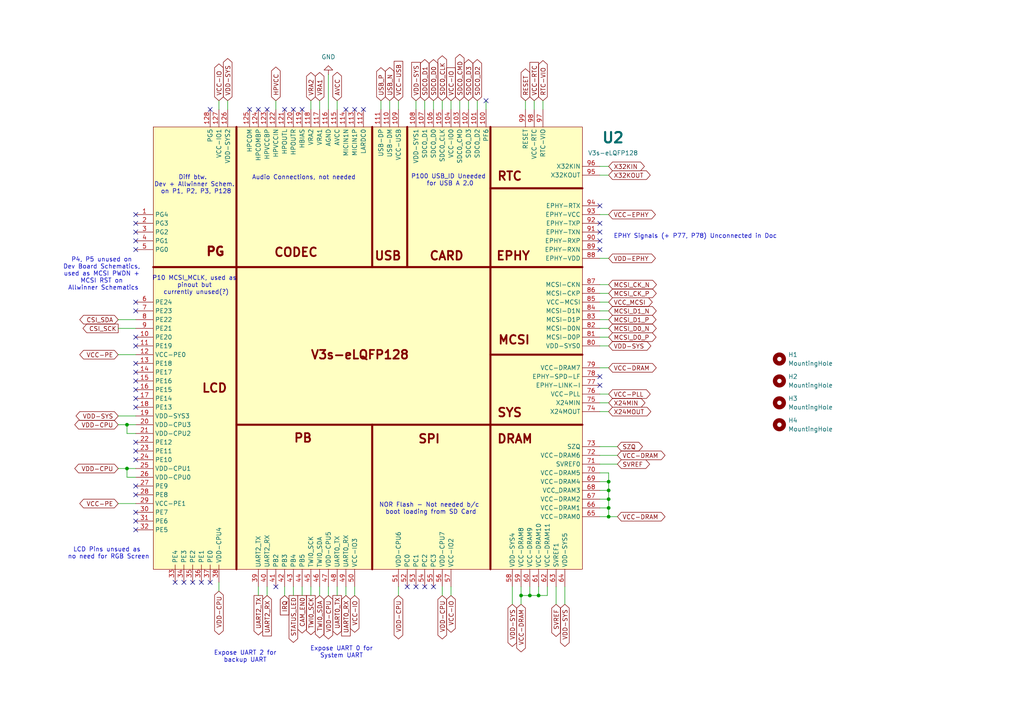
<source format=kicad_sch>
(kicad_sch
	(version 20250114)
	(generator "eeschema")
	(generator_version "9.0")
	(uuid "9954dd97-6279-4a9e-a3ed-22899aa06df4")
	(paper "A4")
	(lib_symbols
		(symbol "Mechanical:MountingHole"
			(pin_names
				(offset 1.016)
			)
			(exclude_from_sim yes)
			(in_bom no)
			(on_board yes)
			(property "Reference" "H"
				(at 0 5.08 0)
				(effects
					(font
						(size 1.27 1.27)
					)
				)
			)
			(property "Value" "MountingHole"
				(at 0 3.175 0)
				(effects
					(font
						(size 1.27 1.27)
					)
				)
			)
			(property "Footprint" ""
				(at 0 0 0)
				(effects
					(font
						(size 1.27 1.27)
					)
					(hide yes)
				)
			)
			(property "Datasheet" "~"
				(at 0 0 0)
				(effects
					(font
						(size 1.27 1.27)
					)
					(hide yes)
				)
			)
			(property "Description" "Mounting Hole without connection"
				(at 0 0 0)
				(effects
					(font
						(size 1.27 1.27)
					)
					(hide yes)
				)
			)
			(property "ki_keywords" "mounting hole"
				(at 0 0 0)
				(effects
					(font
						(size 1.27 1.27)
					)
					(hide yes)
				)
			)
			(property "ki_fp_filters" "MountingHole*"
				(at 0 0 0)
				(effects
					(font
						(size 1.27 1.27)
					)
					(hide yes)
				)
			)
			(symbol "MountingHole_0_1"
				(circle
					(center 0 0)
					(radius 1.27)
					(stroke
						(width 1.27)
						(type default)
					)
					(fill
						(type none)
					)
				)
			)
			(embedded_fonts no)
		)
		(symbol "custom_chips:V3S-eLQFP128"
			(exclude_from_sim no)
			(in_bom yes)
			(on_board yes)
			(property "Reference" "U"
				(at 66.04 69.596 0)
				(effects
					(font
						(size 3 3)
						(thickness 0.6)
						(bold yes)
					)
				)
			)
			(property "Value" "V3s-eLQFP128"
				(at 0 0 0)
				(effects
					(font
						(size 1.27 1.27)
					)
				)
			)
			(property "Footprint" "Package_QFP:LQFP-128_14x14mm_P0.4mm"
				(at 0 0 0)
				(effects
					(font
						(size 1.27 1.27)
					)
					(hide yes)
				)
			)
			(property "Datasheet" "https://linux-sunxi.org/images/2/23/Allwinner_V3s_Datasheet_V1.0.pdf"
				(at 0 0 0)
				(effects
					(font
						(size 1.27 1.27)
					)
					(hide yes)
				)
			)
			(property "Description" "Allwinner V3S ARM CortexTM-A7 CPU 1.2GHz DVR/IPC SOC w/ integrated 64Mbit RAM"
				(at 0 0 0)
				(effects
					(font
						(size 1.27 1.27)
					)
					(hide yes)
				)
			)
			(symbol "V3S-eLQFP128_1_1"
				(rectangle
					(start -63.5 66.04)
					(end 60.96 -62.23)
					(stroke
						(width 0)
						(type solid)
					)
					(fill
						(type background)
					)
				)
				(polyline
					(pts
						(xy -39.37 66.04) (xy -39.37 -62.23)
					)
					(stroke
						(width 0.6)
						(type solid)
					)
					(fill
						(type none)
					)
				)
				(polyline
					(pts
						(xy 0 66.04) (xy 0 25.4)
					)
					(stroke
						(width 0.6)
						(type solid)
					)
					(fill
						(type none)
					)
				)
				(polyline
					(pts
						(xy 0 -62.23) (xy 0 -20.32)
					)
					(stroke
						(width 0.6)
						(type solid)
					)
					(fill
						(type none)
					)
				)
				(polyline
					(pts
						(xy 10.16 25.4) (xy 10.16 66.04)
					)
					(stroke
						(width 0.6)
						(type solid)
					)
					(fill
						(type none)
					)
				)
				(polyline
					(pts
						(xy 34.29 48.26) (xy 60.96 48.26)
					)
					(stroke
						(width 0.6)
						(type solid)
					)
					(fill
						(type none)
					)
				)
				(polyline
					(pts
						(xy 34.29 0) (xy 60.96 0)
					)
					(stroke
						(width 0.6)
						(type solid)
					)
					(fill
						(type none)
					)
				)
				(polyline
					(pts
						(xy 34.29 -62.23) (xy 34.29 66.04)
					)
					(stroke
						(width 0.6)
						(type solid)
					)
					(fill
						(type none)
					)
				)
				(polyline
					(pts
						(xy 60.96 25.4) (xy -63.5 25.4)
					)
					(stroke
						(width 0.6)
						(type solid)
					)
					(fill
						(type none)
					)
				)
				(polyline
					(pts
						(xy 60.96 -20.32) (xy -39.37 -20.32)
					)
					(stroke
						(width 0.6)
						(type solid)
					)
					(fill
						(type none)
					)
				)
				(text "LCD"
					(at -45.72 -9.652 0)
					(effects
						(font
							(size 2.5 2.5)
							(thickness 0.5)
							(bold yes)
						)
					)
				)
				(text "PG"
					(at -45.466 29.972 0)
					(effects
						(font
							(size 2.5 2.5)
							(thickness 0.6)
							(bold yes)
						)
					)
				)
				(text "CODEC"
					(at -22.098 29.718 0)
					(effects
						(font
							(size 2.5 2.5)
							(thickness 0.5)
							(bold yes)
						)
					)
				)
				(text "PB"
					(at -20.066 -24.13 0)
					(effects
						(font
							(size 2.5 2.5)
							(thickness 0.5)
							(bold yes)
						)
					)
				)
				(text "V3s-eLQFP128"
					(at -3.556 0 0)
					(effects
						(font
							(size 2.5 2.5)
							(thickness 0.5)
							(bold yes)
						)
					)
				)
				(text "USB"
					(at 4.572 28.702 0)
					(effects
						(font
							(size 2.5 2.5)
							(thickness 0.5)
							(bold yes)
						)
					)
				)
				(text "SPI"
					(at 16.51 -24.384 0)
					(effects
						(font
							(size 2.5 2.5)
							(thickness 0.5)
							(bold yes)
						)
					)
				)
				(text "CARD"
					(at 21.59 28.702 0)
					(effects
						(font
							(size 2.5 2.5)
							(thickness 0.5)
							(bold yes)
						)
					)
				)
				(text "RTC"
					(at 39.878 51.816 0)
					(effects
						(font
							(size 2.5 2.5)
							(thickness 0.5)
							(bold yes)
						)
					)
				)
				(text "SYS"
					(at 39.878 -16.764 0)
					(effects
						(font
							(size 2.5 2.5)
							(thickness 0.5)
							(bold yes)
						)
					)
				)
				(text "EPHY"
					(at 40.894 28.702 0)
					(effects
						(font
							(size 2.5 2.5)
							(thickness 0.5)
							(bold yes)
						)
					)
				)
				(text "MCSI"
					(at 41.148 4.318 0)
					(effects
						(font
							(size 2.5 2.5)
							(thickness 0.5)
							(bold yes)
						)
					)
				)
				(text "DRAM"
					(at 41.402 -24.384 0)
					(effects
						(font
							(size 2.5 2.5)
							(thickness 0.5)
							(bold yes)
						)
					)
				)
				(pin bidirectional line
					(at -68.58 40.64 0)
					(length 5.08)
					(name "PG4"
						(effects
							(font
								(size 1.27 1.27)
							)
						)
					)
					(number "1"
						(effects
							(font
								(size 1.27 1.27)
							)
						)
					)
					(alternate "PG_EINT4" bidirectional line)
					(alternate "SDC1_D2" bidirectional line)
				)
				(pin bidirectional line
					(at -68.58 38.1 0)
					(length 5.08)
					(name "PG3"
						(effects
							(font
								(size 1.27 1.27)
							)
						)
					)
					(number "2"
						(effects
							(font
								(size 1.27 1.27)
							)
						)
					)
					(alternate "PG_EINT3" bidirectional line)
					(alternate "SDC1_D1" bidirectional line)
				)
				(pin bidirectional line
					(at -68.58 35.56 0)
					(length 5.08)
					(name "PG2"
						(effects
							(font
								(size 1.27 1.27)
							)
						)
					)
					(number "3"
						(effects
							(font
								(size 1.27 1.27)
							)
						)
					)
					(alternate "PG_EINT2" bidirectional line)
					(alternate "SDC1_D0" bidirectional line)
				)
				(pin bidirectional line
					(at -68.58 33.02 0)
					(length 5.08)
					(name "PG1"
						(effects
							(font
								(size 1.27 1.27)
							)
						)
					)
					(number "4"
						(effects
							(font
								(size 1.27 1.27)
							)
						)
					)
					(alternate "PG_EINT1" bidirectional line)
					(alternate "SDC1_CMD" bidirectional line)
				)
				(pin bidirectional line
					(at -68.58 30.48 0)
					(length 5.08)
					(name "PG0"
						(effects
							(font
								(size 1.27 1.27)
							)
						)
					)
					(number "5"
						(effects
							(font
								(size 1.27 1.27)
							)
						)
					)
					(alternate "PG_EINT0" bidirectional line)
					(alternate "SDC1_CLK" bidirectional line)
				)
				(pin bidirectional line
					(at -68.58 15.24 0)
					(length 5.08)
					(name "PE24"
						(effects
							(font
								(size 1.27 1.27)
							)
						)
					)
					(number "6"
						(effects
							(font
								(size 1.27 1.27)
							)
						)
					)
					(alternate "LCD_D23" bidirectional line)
				)
				(pin bidirectional line
					(at -68.58 12.7 0)
					(length 5.08)
					(name "PE23"
						(effects
							(font
								(size 1.27 1.27)
							)
						)
					)
					(number "7"
						(effects
							(font
								(size 1.27 1.27)
							)
						)
					)
					(alternate "LCD_D22" bidirectional line)
				)
				(pin bidirectional line
					(at -68.58 10.16 0)
					(length 5.08)
					(name "PE22"
						(effects
							(font
								(size 1.27 1.27)
							)
						)
					)
					(number "8"
						(effects
							(font
								(size 1.27 1.27)
							)
						)
					)
					(alternate "CSI_SDA" bidirectional line)
					(alternate "TWI1_SDA" bidirectional line)
					(alternate "UART1_RX" bidirectional line)
				)
				(pin bidirectional line
					(at -68.58 7.62 0)
					(length 5.08)
					(name "PE21"
						(effects
							(font
								(size 1.27 1.27)
							)
						)
					)
					(number "9"
						(effects
							(font
								(size 1.27 1.27)
							)
						)
					)
					(alternate "CSI_SCK" bidirectional line)
					(alternate "TWI1_SCK" bidirectional line)
					(alternate "UART1_TX" bidirectional line)
				)
				(pin bidirectional line
					(at -68.58 5.08 0)
					(length 5.08)
					(name "PE20"
						(effects
							(font
								(size 1.27 1.27)
							)
						)
					)
					(number "10"
						(effects
							(font
								(size 1.27 1.27)
							)
						)
					)
					(alternate "CSI_FIELD" bidirectional line)
					(alternate "CSI_MIPI_MCLK" bidirectional line)
				)
				(pin bidirectional line
					(at -68.58 2.54 0)
					(length 5.08)
					(name "PE19"
						(effects
							(font
								(size 1.27 1.27)
							)
						)
					)
					(number "11"
						(effects
							(font
								(size 1.27 1.27)
							)
						)
					)
					(alternate "CSI_D15" bidirectional line)
					(alternate "LCD_D21" bidirectional line)
				)
				(pin power_in line
					(at -68.58 0 0)
					(length 5.08)
					(name "VCC-PE0"
						(effects
							(font
								(size 1.27 1.27)
							)
						)
					)
					(number "12"
						(effects
							(font
								(size 1.27 1.27)
							)
						)
					)
				)
				(pin bidirectional line
					(at -68.58 -2.54 0)
					(length 5.08)
					(name "PE18"
						(effects
							(font
								(size 1.27 1.27)
							)
						)
					)
					(number "13"
						(effects
							(font
								(size 1.27 1.27)
							)
						)
					)
					(alternate "CSI_D14" bidirectional line)
					(alternate "LCD_D20" bidirectional line)
				)
				(pin bidirectional line
					(at -68.58 -5.08 0)
					(length 5.08)
					(name "PE17"
						(effects
							(font
								(size 1.27 1.27)
							)
						)
					)
					(number "14"
						(effects
							(font
								(size 1.27 1.27)
							)
						)
					)
					(alternate "CSI_D13" bidirectional line)
					(alternate "LCD_D19" bidirectional line)
				)
				(pin bidirectional line
					(at -68.58 -7.62 0)
					(length 5.08)
					(name "PE16"
						(effects
							(font
								(size 1.27 1.27)
							)
						)
					)
					(number "15"
						(effects
							(font
								(size 1.27 1.27)
							)
						)
					)
					(alternate "CSI_D12" bidirectional line)
					(alternate "LCD_D15" bidirectional line)
				)
				(pin bidirectional line
					(at -68.58 -10.16 0)
					(length 5.08)
					(name "PE15"
						(effects
							(font
								(size 1.27 1.27)
							)
						)
					)
					(number "16"
						(effects
							(font
								(size 1.27 1.27)
							)
						)
					)
					(alternate "CSI_D11" bidirectional line)
					(alternate "LCD_D15" bidirectional line)
				)
				(pin bidirectional line
					(at -68.58 -12.7 0)
					(length 5.08)
					(name "PE14"
						(effects
							(font
								(size 1.27 1.27)
							)
						)
					)
					(number "17"
						(effects
							(font
								(size 1.27 1.27)
							)
						)
					)
					(alternate "CSI_D10" bidirectional line)
					(alternate "LCD_D14" bidirectional line)
				)
				(pin bidirectional line
					(at -68.58 -15.24 0)
					(length 5.08)
					(name "PE13"
						(effects
							(font
								(size 1.27 1.27)
							)
						)
					)
					(number "18"
						(effects
							(font
								(size 1.27 1.27)
							)
						)
					)
					(alternate "CSI_D9" bidirectional line)
					(alternate "LCD_D13" bidirectional line)
				)
				(pin power_in line
					(at -68.58 -17.78 0)
					(length 5.08)
					(name "VDD-SYS3"
						(effects
							(font
								(size 1.27 1.27)
							)
						)
					)
					(number "19"
						(effects
							(font
								(size 1.27 1.27)
							)
						)
					)
				)
				(pin power_in line
					(at -68.58 -20.32 0)
					(length 5.08)
					(name "VDD-CPU3"
						(effects
							(font
								(size 1.27 1.27)
							)
						)
					)
					(number "20"
						(effects
							(font
								(size 1.27 1.27)
							)
						)
					)
				)
				(pin power_in line
					(at -68.58 -22.86 0)
					(length 5.08)
					(name "VDD-CPU2"
						(effects
							(font
								(size 1.27 1.27)
							)
						)
					)
					(number "21"
						(effects
							(font
								(size 1.27 1.27)
							)
						)
					)
				)
				(pin bidirectional line
					(at -68.58 -25.4 0)
					(length 5.08)
					(name "PE12"
						(effects
							(font
								(size 1.27 1.27)
							)
						)
					)
					(number "22"
						(effects
							(font
								(size 1.27 1.27)
							)
						)
					)
					(alternate "CSI_D8" bidirectional line)
					(alternate "LCD_D12" bidirectional line)
				)
				(pin bidirectional line
					(at -68.58 -27.94 0)
					(length 5.08)
					(name "PE11"
						(effects
							(font
								(size 1.27 1.27)
							)
						)
					)
					(number "23"
						(effects
							(font
								(size 1.27 1.27)
							)
						)
					)
					(alternate "CSI_D7" bidirectional line)
					(alternate "LCD_D11" bidirectional line)
				)
				(pin bidirectional line
					(at -68.58 -30.48 0)
					(length 5.08)
					(name "PE10"
						(effects
							(font
								(size 1.27 1.27)
							)
						)
					)
					(number "24"
						(effects
							(font
								(size 1.27 1.27)
							)
						)
					)
					(alternate "CSI_D6" bidirectional line)
					(alternate "LCD_D10" bidirectional line)
				)
				(pin power_in line
					(at -68.58 -33.02 0)
					(length 5.08)
					(name "VDD-CPU1"
						(effects
							(font
								(size 1.27 1.27)
							)
						)
					)
					(number "25"
						(effects
							(font
								(size 1.27 1.27)
							)
						)
					)
				)
				(pin power_in line
					(at -68.58 -35.56 0)
					(length 5.08)
					(name "VDD-CPU0"
						(effects
							(font
								(size 1.27 1.27)
							)
						)
					)
					(number "26"
						(effects
							(font
								(size 1.27 1.27)
							)
						)
					)
				)
				(pin bidirectional line
					(at -68.58 -38.1 0)
					(length 5.08)
					(name "PE9"
						(effects
							(font
								(size 1.27 1.27)
							)
						)
					)
					(number "27"
						(effects
							(font
								(size 1.27 1.27)
							)
						)
					)
					(alternate "CSI_D5" bidirectional line)
					(alternate "LCD_D7" bidirectional line)
				)
				(pin bidirectional line
					(at -68.58 -40.64 0)
					(length 5.08)
					(name "PE8"
						(effects
							(font
								(size 1.27 1.27)
							)
						)
					)
					(number "28"
						(effects
							(font
								(size 1.27 1.27)
							)
						)
					)
					(alternate "CSI_D4" bidirectional line)
					(alternate "LCD_D6" bidirectional line)
				)
				(pin power_in line
					(at -68.58 -43.18 0)
					(length 5.08)
					(name "VCC-PE1"
						(effects
							(font
								(size 1.27 1.27)
							)
						)
					)
					(number "29"
						(effects
							(font
								(size 1.27 1.27)
							)
						)
					)
				)
				(pin bidirectional line
					(at -68.58 -45.72 0)
					(length 5.08)
					(name "PE7"
						(effects
							(font
								(size 1.27 1.27)
							)
						)
					)
					(number "30"
						(effects
							(font
								(size 1.27 1.27)
							)
						)
					)
					(alternate "CSI_D3" bidirectional line)
					(alternate "LCD_D5" bidirectional line)
				)
				(pin bidirectional line
					(at -68.58 -48.26 0)
					(length 5.08)
					(name "PE6"
						(effects
							(font
								(size 1.27 1.27)
							)
						)
					)
					(number "31"
						(effects
							(font
								(size 1.27 1.27)
							)
						)
					)
					(alternate "CSI_D2" bidirectional line)
					(alternate "LCD_D4" bidirectional line)
				)
				(pin bidirectional line
					(at -68.58 -50.8 0)
					(length 5.08)
					(name "PE5"
						(effects
							(font
								(size 1.27 1.27)
							)
						)
					)
					(number "32"
						(effects
							(font
								(size 1.27 1.27)
							)
						)
					)
					(alternate "CSI_D1" bidirectional line)
					(alternate "LCD_D3" bidirectional line)
				)
				(pin bidirectional line
					(at -57.15 -66.04 90)
					(length 5.08)
					(name "PE4"
						(effects
							(font
								(size 1.27 1.27)
							)
						)
					)
					(number "33"
						(effects
							(font
								(size 1.27 1.27)
							)
						)
					)
					(alternate "CSI_D0" bidirectional line)
					(alternate "LCD_D2" bidirectional line)
				)
				(pin bidirectional line
					(at -54.61 -66.04 90)
					(length 5.08)
					(name "PE3"
						(effects
							(font
								(size 1.27 1.27)
							)
						)
					)
					(number "34"
						(effects
							(font
								(size 1.27 1.27)
							)
						)
					)
					(alternate "CSI_VSYNC" bidirectional line)
					(alternate "LCD_VSYNC" bidirectional line)
				)
				(pin bidirectional line
					(at -52.07 -66.04 90)
					(length 5.08)
					(name "PE2"
						(effects
							(font
								(size 1.27 1.27)
							)
						)
					)
					(number "35"
						(effects
							(font
								(size 1.27 1.27)
							)
						)
					)
					(alternate "CSI_HSYNC" bidirectional line)
					(alternate "LCD_HSYNC" bidirectional line)
				)
				(pin bidirectional line
					(at -49.53 -66.04 90)
					(length 5.08)
					(name "PE1"
						(effects
							(font
								(size 1.27 1.27)
							)
						)
					)
					(number "36"
						(effects
							(font
								(size 1.27 1.27)
							)
						)
					)
					(alternate "CSI_MCLK" bidirectional line)
					(alternate "LCD_DE" bidirectional line)
				)
				(pin bidirectional line
					(at -46.99 71.12 270)
					(length 5.08)
					(name "PG5"
						(effects
							(font
								(size 1.27 1.27)
							)
						)
					)
					(number "128"
						(effects
							(font
								(size 1.27 1.27)
							)
						)
					)
					(alternate "PG_EINT5" bidirectional line)
					(alternate "SDC1_D3" bidirectional line)
				)
				(pin bidirectional line
					(at -46.99 -66.04 90)
					(length 5.08)
					(name "PE0"
						(effects
							(font
								(size 1.27 1.27)
							)
						)
					)
					(number "37"
						(effects
							(font
								(size 1.27 1.27)
							)
						)
					)
					(alternate "CSI_PCLK" bidirectional line)
					(alternate "LCD_CLK" bidirectional line)
				)
				(pin power_in line
					(at -44.45 71.12 270)
					(length 5.08)
					(name "VCC-IO1"
						(effects
							(font
								(size 1.27 1.27)
							)
						)
					)
					(number "127"
						(effects
							(font
								(size 1.27 1.27)
							)
						)
					)
				)
				(pin power_in line
					(at -44.45 -66.04 90)
					(length 5.08)
					(name "VDD-CPU4"
						(effects
							(font
								(size 1.27 1.27)
							)
						)
					)
					(number "38"
						(effects
							(font
								(size 1.27 1.27)
							)
						)
					)
				)
				(pin power_in line
					(at -41.91 71.12 270)
					(length 5.08)
					(name "VDD-SYS2"
						(effects
							(font
								(size 1.27 1.27)
							)
						)
					)
					(number "126"
						(effects
							(font
								(size 1.27 1.27)
							)
						)
					)
				)
				(pin bidirectional line
					(at -35.56 71.12 270)
					(length 5.08)
					(name "HPCOM"
						(effects
							(font
								(size 1.27 1.27)
							)
						)
					)
					(number "125"
						(effects
							(font
								(size 1.27 1.27)
							)
						)
					)
				)
				(pin bidirectional line
					(at -33.02 71.12 270)
					(length 5.08)
					(name "HPCOMBP"
						(effects
							(font
								(size 1.27 1.27)
							)
						)
					)
					(number "124"
						(effects
							(font
								(size 1.27 1.27)
							)
						)
					)
				)
				(pin bidirectional line
					(at -33.02 -67.31 90)
					(length 5.08)
					(name "PB0"
						(effects
							(font
								(size 1.27 1.27)
							)
						)
					)
					(number "39"
						(effects
							(font
								(size 1.27 1.27)
							)
						)
					)
					(alternate "PB_EINT0" bidirectional line)
					(alternate "UART2_TX" output line)
				)
				(pin bidirectional line
					(at -30.48 71.12 270)
					(length 5.08)
					(name "HPVCCBP"
						(effects
							(font
								(size 1.27 1.27)
							)
						)
					)
					(number "123"
						(effects
							(font
								(size 1.27 1.27)
							)
						)
					)
				)
				(pin bidirectional line
					(at -30.48 -67.31 90)
					(length 5.08)
					(name "PB1"
						(effects
							(font
								(size 1.27 1.27)
							)
						)
					)
					(number "40"
						(effects
							(font
								(size 1.27 1.27)
							)
						)
					)
					(alternate "PB_EINT1" bidirectional line)
					(alternate "UART2_RX" input line)
				)
				(pin power_in line
					(at -27.94 71.12 270)
					(length 5.08)
					(name "HPVCCIN"
						(effects
							(font
								(size 1.27 1.27)
							)
						)
					)
					(number "122"
						(effects
							(font
								(size 1.27 1.27)
							)
						)
					)
				)
				(pin bidirectional line
					(at -27.94 -67.31 90)
					(length 5.08)
					(name "PB2"
						(effects
							(font
								(size 1.27 1.27)
							)
						)
					)
					(number "41"
						(effects
							(font
								(size 1.27 1.27)
							)
						)
					)
					(alternate "PB_EINT2" bidirectional line)
					(alternate "UART2_RTS" output line)
				)
				(pin bidirectional line
					(at -25.4 71.12 270)
					(length 5.08)
					(name "HPOUTL"
						(effects
							(font
								(size 1.27 1.27)
							)
						)
					)
					(number "121"
						(effects
							(font
								(size 1.27 1.27)
							)
						)
					)
				)
				(pin bidirectional line
					(at -25.4 -67.31 90)
					(length 5.08)
					(name "PB3"
						(effects
							(font
								(size 1.27 1.27)
							)
						)
					)
					(number "42"
						(effects
							(font
								(size 1.27 1.27)
							)
						)
					)
					(alternate "PB_EINT3" bidirectional line)
					(alternate "UART2_CTS" input line)
				)
				(pin bidirectional line
					(at -22.86 71.12 270)
					(length 5.08)
					(name "HPOUTR"
						(effects
							(font
								(size 1.27 1.27)
							)
						)
					)
					(number "120"
						(effects
							(font
								(size 1.27 1.27)
							)
						)
					)
				)
				(pin bidirectional line
					(at -22.86 -67.31 90)
					(length 5.08)
					(name "PB4"
						(effects
							(font
								(size 1.27 1.27)
							)
						)
					)
					(number "43"
						(effects
							(font
								(size 1.27 1.27)
							)
						)
					)
					(alternate "PB_EINT4" bidirectional line)
					(alternate "PWM0" bidirectional line)
				)
				(pin bidirectional line
					(at -20.32 71.12 270)
					(length 5.08)
					(name "HBIAS"
						(effects
							(font
								(size 1.27 1.27)
							)
						)
					)
					(number "119"
						(effects
							(font
								(size 1.27 1.27)
							)
						)
					)
				)
				(pin bidirectional line
					(at -20.32 -67.31 90)
					(length 5.08)
					(name "PB5"
						(effects
							(font
								(size 1.27 1.27)
							)
						)
					)
					(number "44"
						(effects
							(font
								(size 1.27 1.27)
							)
						)
					)
					(alternate "PB_EINT5" bidirectional line)
					(alternate "PWM1" bidirectional line)
				)
				(pin bidirectional line
					(at -17.78 71.12 270)
					(length 5.08)
					(name "VRA2"
						(effects
							(font
								(size 1.27 1.27)
							)
						)
					)
					(number "118"
						(effects
							(font
								(size 1.27 1.27)
							)
						)
					)
				)
				(pin bidirectional line
					(at -17.78 -67.31 90)
					(length 5.08)
					(name "PB6"
						(effects
							(font
								(size 1.27 1.27)
							)
						)
					)
					(number "45"
						(effects
							(font
								(size 1.27 1.27)
							)
						)
					)
					(alternate "PB_EINT6" bidirectional line)
					(alternate "TWI0_SCK" bidirectional line)
				)
				(pin bidirectional line
					(at -15.24 71.12 270)
					(length 5.08)
					(name "VRA1"
						(effects
							(font
								(size 1.27 1.27)
							)
						)
					)
					(number "117"
						(effects
							(font
								(size 1.27 1.27)
							)
						)
					)
				)
				(pin bidirectional line
					(at -15.24 -67.31 90)
					(length 5.08)
					(name "PB7"
						(effects
							(font
								(size 1.27 1.27)
							)
						)
					)
					(number "46"
						(effects
							(font
								(size 1.27 1.27)
							)
						)
					)
					(alternate "PB_EINT7" bidirectional line)
					(alternate "TWI0_SDA" bidirectional line)
				)
				(pin power_in line
					(at -12.7 71.12 270)
					(length 5.08)
					(name "AGND"
						(effects
							(font
								(size 1.27 1.27)
							)
						)
					)
					(number "116"
						(effects
							(font
								(size 1.27 1.27)
							)
						)
					)
				)
				(pin power_in line
					(at -12.7 -67.31 90)
					(length 5.08)
					(name "VDD-CPU5"
						(effects
							(font
								(size 1.27 1.27)
							)
						)
					)
					(number "47"
						(effects
							(font
								(size 1.27 1.27)
							)
						)
					)
				)
				(pin power_in line
					(at -10.16 71.12 270)
					(length 5.08)
					(name "AVCC"
						(effects
							(font
								(size 1.27 1.27)
							)
						)
					)
					(number "115"
						(effects
							(font
								(size 1.27 1.27)
							)
						)
					)
				)
				(pin bidirectional line
					(at -10.16 -67.31 90)
					(length 5.08)
					(name "PB8"
						(effects
							(font
								(size 1.27 1.27)
							)
						)
					)
					(number "48"
						(effects
							(font
								(size 1.27 1.27)
							)
						)
					)
					(alternate "PB_EINT8" bidirectional line)
					(alternate "TWI1_SCK" bidirectional line)
					(alternate "UART0_TX" output line)
				)
				(pin bidirectional line
					(at -7.62 71.12 270)
					(length 5.08)
					(name "MICIN1N"
						(effects
							(font
								(size 1.27 1.27)
							)
						)
					)
					(number "114"
						(effects
							(font
								(size 1.27 1.27)
							)
						)
					)
				)
				(pin bidirectional line
					(at -7.62 -67.31 90)
					(length 5.08)
					(name "PB9"
						(effects
							(font
								(size 1.27 1.27)
							)
						)
					)
					(number "49"
						(effects
							(font
								(size 1.27 1.27)
							)
						)
					)
					(alternate "PB_EINT9" bidirectional line)
					(alternate "TWI1_SDA" bidirectional line)
					(alternate "UART0_RX" input line)
				)
				(pin bidirectional line
					(at -5.08 71.12 270)
					(length 5.08)
					(name "MICIN1P"
						(effects
							(font
								(size 1.27 1.27)
							)
						)
					)
					(number "113"
						(effects
							(font
								(size 1.27 1.27)
							)
						)
					)
				)
				(pin power_in line
					(at -5.08 -67.31 90)
					(length 5.08)
					(name "VCC-IO3"
						(effects
							(font
								(size 1.27 1.27)
							)
						)
					)
					(number "50"
						(effects
							(font
								(size 1.27 1.27)
							)
						)
					)
				)
				(pin bidirectional line
					(at -2.54 71.12 270)
					(length 5.08)
					(name "LARDC0"
						(effects
							(font
								(size 1.27 1.27)
							)
						)
					)
					(number "112"
						(effects
							(font
								(size 1.27 1.27)
							)
						)
					)
				)
				(pin bidirectional line
					(at 2.54 71.12 270)
					(length 5.08)
					(name "USB-DP"
						(effects
							(font
								(size 1.27 1.27)
							)
						)
					)
					(number "111"
						(effects
							(font
								(size 1.27 1.27)
							)
						)
					)
				)
				(pin bidirectional line
					(at 5.08 71.12 270)
					(length 5.08)
					(name "USB-DM"
						(effects
							(font
								(size 1.27 1.27)
							)
						)
					)
					(number "110"
						(effects
							(font
								(size 1.27 1.27)
							)
						)
					)
				)
				(pin power_in line
					(at 7.62 71.12 270)
					(length 5.08)
					(name "VCC-USB"
						(effects
							(font
								(size 1.27 1.27)
							)
						)
					)
					(number "109"
						(effects
							(font
								(size 1.27 1.27)
							)
						)
					)
				)
				(pin power_in line
					(at 7.62 -67.31 90)
					(length 5.08)
					(name "VDD-CPU6"
						(effects
							(font
								(size 1.27 1.27)
							)
						)
					)
					(number "51"
						(effects
							(font
								(size 1.27 1.27)
							)
						)
					)
				)
				(pin bidirectional line
					(at 10.16 -67.31 90)
					(length 5.08)
					(name "PC0"
						(effects
							(font
								(size 1.27 1.27)
							)
						)
					)
					(number "52"
						(effects
							(font
								(size 1.27 1.27)
							)
						)
					)
					(alternate "SDC2_CLK" bidirectional line)
					(alternate "SPI_MISO" bidirectional line)
				)
				(pin power_in line
					(at 12.7 71.12 270)
					(length 5.08)
					(name "VDD-SYS1"
						(effects
							(font
								(size 1.27 1.27)
							)
						)
					)
					(number "108"
						(effects
							(font
								(size 1.27 1.27)
							)
						)
					)
				)
				(pin bidirectional line
					(at 12.7 -67.31 90)
					(length 5.08)
					(name "PC1"
						(effects
							(font
								(size 1.27 1.27)
							)
						)
					)
					(number "53"
						(effects
							(font
								(size 1.27 1.27)
							)
						)
					)
					(alternate "SDC2_CMD" bidirectional line)
					(alternate "SPI_CLK" bidirectional line)
				)
				(pin bidirectional line
					(at 15.24 71.12 270)
					(length 5.08)
					(name "PF0"
						(effects
							(font
								(size 1.27 1.27)
							)
						)
					)
					(number "107"
						(effects
							(font
								(size 1.27 1.27)
							)
						)
					)
					(alternate "JTAG_MS1" bidirectional line)
					(alternate "SDC0_D1" bidirectional line)
				)
				(pin bidirectional line
					(at 15.24 -67.31 90)
					(length 5.08)
					(name "PC2"
						(effects
							(font
								(size 1.27 1.27)
							)
						)
					)
					(number "54"
						(effects
							(font
								(size 1.27 1.27)
							)
						)
					)
					(alternate "SDC2_RST" bidirectional line)
					(alternate "SPI_CS" bidirectional line)
				)
				(pin bidirectional line
					(at 17.78 71.12 270)
					(length 5.08)
					(name "PF1"
						(effects
							(font
								(size 1.27 1.27)
							)
						)
					)
					(number "106"
						(effects
							(font
								(size 1.27 1.27)
							)
						)
					)
					(alternate "JTAG_DI1" bidirectional line)
					(alternate "SDC0_D0" bidirectional line)
				)
				(pin bidirectional line
					(at 17.78 -67.31 90)
					(length 5.08)
					(name "PC3"
						(effects
							(font
								(size 1.27 1.27)
							)
						)
					)
					(number "55"
						(effects
							(font
								(size 1.27 1.27)
							)
						)
					)
					(alternate "SDC2_D0" bidirectional line)
					(alternate "SPI_MOSI" bidirectional line)
				)
				(pin bidirectional line
					(at 20.32 71.12 270)
					(length 5.08)
					(name "PF2"
						(effects
							(font
								(size 1.27 1.27)
							)
						)
					)
					(number "105"
						(effects
							(font
								(size 1.27 1.27)
							)
						)
					)
					(alternate "SDC0_CLK" bidirectional line)
					(alternate "UART0_TX" bidirectional line)
				)
				(pin power_in line
					(at 20.32 -67.31 90)
					(length 5.08)
					(name "VDD-CPU7"
						(effects
							(font
								(size 1.27 1.27)
							)
						)
					)
					(number "56"
						(effects
							(font
								(size 1.27 1.27)
							)
						)
					)
				)
				(pin power_in line
					(at 22.86 71.12 270)
					(length 5.08)
					(name "VCC-IO0"
						(effects
							(font
								(size 1.27 1.27)
							)
						)
					)
					(number "104"
						(effects
							(font
								(size 1.27 1.27)
							)
						)
					)
				)
				(pin power_in line
					(at 22.86 -67.31 90)
					(length 5.08)
					(name "VCC-IO2"
						(effects
							(font
								(size 1.27 1.27)
							)
						)
					)
					(number "57"
						(effects
							(font
								(size 1.27 1.27)
							)
						)
					)
				)
				(pin bidirectional line
					(at 25.4 71.12 270)
					(length 5.08)
					(name "PF3"
						(effects
							(font
								(size 1.27 1.27)
							)
						)
					)
					(number "103"
						(effects
							(font
								(size 1.27 1.27)
							)
						)
					)
					(alternate "JTAG_D01" bidirectional line)
					(alternate "SDC0_CMD" bidirectional line)
				)
				(pin bidirectional line
					(at 27.94 71.12 270)
					(length 5.08)
					(name "PF4"
						(effects
							(font
								(size 1.27 1.27)
							)
						)
					)
					(number "102"
						(effects
							(font
								(size 1.27 1.27)
							)
						)
					)
					(alternate "SDC0_D3" bidirectional line)
					(alternate "UART0_RX" bidirectional line)
				)
				(pin bidirectional line
					(at 30.48 71.12 270)
					(length 5.08)
					(name "PF5"
						(effects
							(font
								(size 1.27 1.27)
							)
						)
					)
					(number "101"
						(effects
							(font
								(size 1.27 1.27)
							)
						)
					)
					(alternate "JTAG_CK1" bidirectional line)
					(alternate "SDC0_D2" bidirectional line)
				)
				(pin bidirectional line
					(at 33.02 71.12 270)
					(length 5.08)
					(name "PF6"
						(effects
							(font
								(size 1.27 1.27)
							)
						)
					)
					(number "100"
						(effects
							(font
								(size 1.27 1.27)
							)
						)
					)
				)
				(pin power_in line
					(at 40.64 -67.31 90)
					(length 5.08)
					(name "VDD-SYS4"
						(effects
							(font
								(size 1.27 1.27)
							)
						)
					)
					(number "58"
						(effects
							(font
								(size 1.27 1.27)
							)
						)
					)
				)
				(pin power_in line
					(at 43.18 -67.31 90)
					(length 5.08)
					(name "VCC-DRAM8"
						(effects
							(font
								(size 1.27 1.27)
							)
						)
					)
					(number "59"
						(effects
							(font
								(size 1.27 1.27)
							)
						)
					)
				)
				(pin input line
					(at 44.45 71.12 270)
					(length 5.08)
					(name "RESET"
						(effects
							(font
								(size 1.27 1.27)
							)
						)
					)
					(number "99"
						(effects
							(font
								(size 1.27 1.27)
							)
						)
					)
				)
				(pin power_in line
					(at 45.72 -67.31 90)
					(length 5.08)
					(name "VCC-DRAM9"
						(effects
							(font
								(size 1.27 1.27)
							)
						)
					)
					(number "60"
						(effects
							(font
								(size 1.27 1.27)
							)
						)
					)
				)
				(pin power_in line
					(at 46.99 71.12 270)
					(length 5.08)
					(name "VCC-RTC"
						(effects
							(font
								(size 1.27 1.27)
							)
						)
					)
					(number "98"
						(effects
							(font
								(size 1.27 1.27)
							)
						)
					)
				)
				(pin power_in line
					(at 48.26 -67.31 90)
					(length 5.08)
					(name "VCC-DRAM10"
						(effects
							(font
								(size 1.27 1.27)
							)
						)
					)
					(number "61"
						(effects
							(font
								(size 1.27 1.27)
							)
						)
					)
				)
				(pin power_in line
					(at 49.53 71.12 270)
					(length 5.08)
					(name "RTC-VIO"
						(effects
							(font
								(size 1.27 1.27)
							)
						)
					)
					(number "97"
						(effects
							(font
								(size 1.27 1.27)
							)
						)
					)
				)
				(pin power_in line
					(at 50.8 -67.31 90)
					(length 5.08)
					(name "VCC-DRAM11"
						(effects
							(font
								(size 1.27 1.27)
							)
						)
					)
					(number "62"
						(effects
							(font
								(size 1.27 1.27)
							)
						)
					)
				)
				(pin power_in line
					(at 53.34 -67.31 90)
					(length 5.08)
					(name "SVREF1"
						(effects
							(font
								(size 1.27 1.27)
							)
						)
					)
					(number "63"
						(effects
							(font
								(size 1.27 1.27)
							)
						)
					)
				)
				(pin power_in line
					(at 55.88 -67.31 90)
					(length 5.08)
					(name "VDD-SYS5"
						(effects
							(font
								(size 1.27 1.27)
							)
						)
					)
					(number "64"
						(effects
							(font
								(size 1.27 1.27)
							)
						)
					)
				)
				(pin bidirectional line
					(at 66.04 54.61 180)
					(length 5.08)
					(name "X32KIN"
						(effects
							(font
								(size 1.27 1.27)
							)
						)
					)
					(number "96"
						(effects
							(font
								(size 1.27 1.27)
							)
						)
					)
				)
				(pin bidirectional line
					(at 66.04 52.07 180)
					(length 5.08)
					(name "X32KOUT"
						(effects
							(font
								(size 1.27 1.27)
							)
						)
					)
					(number "95"
						(effects
							(font
								(size 1.27 1.27)
							)
						)
					)
				)
				(pin bidirectional line
					(at 66.04 43.18 180)
					(length 5.08)
					(name "EPHY-RTX"
						(effects
							(font
								(size 1.27 1.27)
							)
						)
					)
					(number "94"
						(effects
							(font
								(size 1.27 1.27)
							)
						)
					)
				)
				(pin power_in line
					(at 66.04 40.64 180)
					(length 5.08)
					(name "EPHY-VCC"
						(effects
							(font
								(size 1.27 1.27)
							)
						)
					)
					(number "93"
						(effects
							(font
								(size 1.27 1.27)
							)
						)
					)
				)
				(pin bidirectional line
					(at 66.04 38.1 180)
					(length 5.08)
					(name "EPHY-TXP"
						(effects
							(font
								(size 1.27 1.27)
							)
						)
					)
					(number "92"
						(effects
							(font
								(size 1.27 1.27)
							)
						)
					)
				)
				(pin bidirectional line
					(at 66.04 35.56 180)
					(length 5.08)
					(name "EPHY-TXN"
						(effects
							(font
								(size 1.27 1.27)
							)
						)
					)
					(number "91"
						(effects
							(font
								(size 1.27 1.27)
							)
						)
					)
				)
				(pin bidirectional line
					(at 66.04 33.02 180)
					(length 5.08)
					(name "EPHY-RXP"
						(effects
							(font
								(size 1.27 1.27)
							)
						)
					)
					(number "90"
						(effects
							(font
								(size 1.27 1.27)
							)
						)
					)
				)
				(pin bidirectional line
					(at 66.04 30.48 180)
					(length 5.08)
					(name "EPHY-RXN"
						(effects
							(font
								(size 1.27 1.27)
							)
						)
					)
					(number "89"
						(effects
							(font
								(size 1.27 1.27)
							)
						)
					)
				)
				(pin power_in line
					(at 66.04 27.94 180)
					(length 5.08)
					(name "EPHY-VDD"
						(effects
							(font
								(size 1.27 1.27)
							)
						)
					)
					(number "88"
						(effects
							(font
								(size 1.27 1.27)
							)
						)
					)
				)
				(pin bidirectional line
					(at 66.04 20.32 180)
					(length 5.08)
					(name "MCSI-CKN"
						(effects
							(font
								(size 1.27 1.27)
							)
						)
					)
					(number "87"
						(effects
							(font
								(size 1.27 1.27)
							)
						)
					)
				)
				(pin bidirectional line
					(at 66.04 17.78 180)
					(length 5.08)
					(name "MCSI-CKP"
						(effects
							(font
								(size 1.27 1.27)
							)
						)
					)
					(number "86"
						(effects
							(font
								(size 1.27 1.27)
							)
						)
					)
				)
				(pin power_in line
					(at 66.04 15.24 180)
					(length 5.08)
					(name "VCC-MCSI"
						(effects
							(font
								(size 1.27 1.27)
							)
						)
					)
					(number "85"
						(effects
							(font
								(size 1.27 1.27)
							)
						)
					)
				)
				(pin bidirectional line
					(at 66.04 12.7 180)
					(length 5.08)
					(name "MCSI-D1N"
						(effects
							(font
								(size 1.27 1.27)
							)
						)
					)
					(number "84"
						(effects
							(font
								(size 1.27 1.27)
							)
						)
					)
				)
				(pin bidirectional line
					(at 66.04 10.16 180)
					(length 5.08)
					(name "MCSI-D1P"
						(effects
							(font
								(size 1.27 1.27)
							)
						)
					)
					(number "83"
						(effects
							(font
								(size 1.27 1.27)
							)
						)
					)
				)
				(pin bidirectional line
					(at 66.04 7.62 180)
					(length 5.08)
					(name "MCSI-D0N"
						(effects
							(font
								(size 1.27 1.27)
							)
						)
					)
					(number "82"
						(effects
							(font
								(size 1.27 1.27)
							)
						)
					)
				)
				(pin bidirectional line
					(at 66.04 5.08 180)
					(length 5.08)
					(name "MCSI-D0P"
						(effects
							(font
								(size 1.27 1.27)
							)
						)
					)
					(number "81"
						(effects
							(font
								(size 1.27 1.27)
							)
						)
					)
				)
				(pin power_in line
					(at 66.04 2.54 180)
					(length 5.08)
					(name "VDD-SYS0"
						(effects
							(font
								(size 1.27 1.27)
							)
						)
					)
					(number "80"
						(effects
							(font
								(size 1.27 1.27)
							)
						)
					)
				)
				(pin power_in line
					(at 66.04 -3.81 180)
					(length 5.08)
					(name "VCC-DRAM7"
						(effects
							(font
								(size 1.27 1.27)
							)
						)
					)
					(number "79"
						(effects
							(font
								(size 1.27 1.27)
							)
						)
					)
				)
				(pin output line
					(at 66.04 -6.35 180)
					(length 5.08)
					(name "EPHY-SPD-LF"
						(effects
							(font
								(size 1.27 1.27)
							)
						)
					)
					(number "78"
						(effects
							(font
								(size 1.27 1.27)
							)
						)
					)
				)
				(pin output line
					(at 66.04 -8.89 180)
					(length 5.08)
					(name "EPHY-LINK-I"
						(effects
							(font
								(size 1.27 1.27)
							)
						)
					)
					(number "77"
						(effects
							(font
								(size 1.27 1.27)
							)
						)
					)
				)
				(pin power_in line
					(at 66.04 -11.43 180)
					(length 5.08)
					(name "VCC-PLL"
						(effects
							(font
								(size 1.27 1.27)
							)
						)
					)
					(number "76"
						(effects
							(font
								(size 1.27 1.27)
							)
						)
					)
				)
				(pin bidirectional line
					(at 66.04 -13.97 180)
					(length 5.08)
					(name "X24MIN"
						(effects
							(font
								(size 1.27 1.27)
							)
						)
					)
					(number "75"
						(effects
							(font
								(size 1.27 1.27)
							)
						)
					)
				)
				(pin bidirectional line
					(at 66.04 -16.51 180)
					(length 5.08)
					(name "X24MOUT"
						(effects
							(font
								(size 1.27 1.27)
							)
						)
					)
					(number "74"
						(effects
							(font
								(size 1.27 1.27)
							)
						)
					)
				)
				(pin unspecified line
					(at 66.04 -26.67 180)
					(length 5.08)
					(name "SZQ"
						(effects
							(font
								(size 1.27 1.27)
							)
						)
					)
					(number "73"
						(effects
							(font
								(size 1.27 1.27)
							)
						)
					)
				)
				(pin power_in line
					(at 66.04 -29.21 180)
					(length 5.08)
					(name "VCC-DRAM6"
						(effects
							(font
								(size 1.27 1.27)
							)
						)
					)
					(number "72"
						(effects
							(font
								(size 1.27 1.27)
							)
						)
					)
				)
				(pin power_in line
					(at 66.04 -31.75 180)
					(length 5.08)
					(name "SVREF0"
						(effects
							(font
								(size 1.27 1.27)
							)
						)
					)
					(number "71"
						(effects
							(font
								(size 1.27 1.27)
							)
						)
					)
				)
				(pin power_in line
					(at 66.04 -34.29 180)
					(length 5.08)
					(name "VCC-DRAM5"
						(effects
							(font
								(size 1.27 1.27)
							)
						)
					)
					(number "70"
						(effects
							(font
								(size 1.27 1.27)
							)
						)
					)
				)
				(pin power_in line
					(at 66.04 -36.83 180)
					(length 5.08)
					(name "VCC-DRAM4"
						(effects
							(font
								(size 1.27 1.27)
							)
						)
					)
					(number "69"
						(effects
							(font
								(size 1.27 1.27)
							)
						)
					)
				)
				(pin power_in line
					(at 66.04 -39.37 180)
					(length 5.08)
					(name "VCC_DRAM3"
						(effects
							(font
								(size 1.27 1.27)
							)
						)
					)
					(number "68"
						(effects
							(font
								(size 1.27 1.27)
							)
						)
					)
				)
				(pin power_in line
					(at 66.04 -41.91 180)
					(length 5.08)
					(name "VCC-DRAM2"
						(effects
							(font
								(size 1.27 1.27)
							)
						)
					)
					(number "67"
						(effects
							(font
								(size 1.27 1.27)
							)
						)
					)
				)
				(pin power_in line
					(at 66.04 -44.45 180)
					(length 5.08)
					(name "VCC-DRAM1"
						(effects
							(font
								(size 1.27 1.27)
							)
						)
					)
					(number "66"
						(effects
							(font
								(size 1.27 1.27)
							)
						)
					)
				)
				(pin power_in line
					(at 66.04 -46.99 180)
					(length 5.08)
					(name "VCC-DRAM0"
						(effects
							(font
								(size 1.27 1.27)
							)
						)
					)
					(number "65"
						(effects
							(font
								(size 1.27 1.27)
							)
						)
					)
				)
			)
			(embedded_fonts no)
		)
		(symbol "power:GND"
			(power)
			(pin_numbers
				(hide yes)
			)
			(pin_names
				(offset 0)
				(hide yes)
			)
			(exclude_from_sim no)
			(in_bom yes)
			(on_board yes)
			(property "Reference" "#PWR"
				(at 0 -6.35 0)
				(effects
					(font
						(size 1.27 1.27)
					)
					(hide yes)
				)
			)
			(property "Value" "GND"
				(at 0 -3.81 0)
				(effects
					(font
						(size 1.27 1.27)
					)
				)
			)
			(property "Footprint" ""
				(at 0 0 0)
				(effects
					(font
						(size 1.27 1.27)
					)
					(hide yes)
				)
			)
			(property "Datasheet" ""
				(at 0 0 0)
				(effects
					(font
						(size 1.27 1.27)
					)
					(hide yes)
				)
			)
			(property "Description" "Power symbol creates a global label with name \"GND\" , ground"
				(at 0 0 0)
				(effects
					(font
						(size 1.27 1.27)
					)
					(hide yes)
				)
			)
			(property "ki_keywords" "global power"
				(at 0 0 0)
				(effects
					(font
						(size 1.27 1.27)
					)
					(hide yes)
				)
			)
			(symbol "GND_0_1"
				(polyline
					(pts
						(xy 0 0) (xy 0 -1.27) (xy 1.27 -1.27) (xy 0 -2.54) (xy -1.27 -1.27) (xy 0 -1.27)
					)
					(stroke
						(width 0)
						(type default)
					)
					(fill
						(type none)
					)
				)
			)
			(symbol "GND_1_1"
				(pin power_in line
					(at 0 0 270)
					(length 0)
					(name "~"
						(effects
							(font
								(size 1.27 1.27)
							)
						)
					)
					(number "1"
						(effects
							(font
								(size 1.27 1.27)
							)
						)
					)
				)
			)
			(embedded_fonts no)
		)
	)
	(text "P10 MCSI_MCLK, used as \npinout but \ncurrently unused(?)"
		(exclude_from_sim no)
		(at 56.896 82.804 0)
		(effects
			(font
				(size 1.27 1.27)
			)
		)
		(uuid "17e2cd8e-6c09-4053-a834-ede0a445f5bc")
	)
	(text "EPHY Signals (+ P77, P78) Unconnected in Doc"
		(exclude_from_sim no)
		(at 201.676 68.58 0)
		(effects
			(font
				(size 1.27 1.27)
			)
		)
		(uuid "358bc0f8-cb25-4bbe-90e0-0d72a510a30f")
	)
	(text "Audio Connections, not needed"
		(exclude_from_sim no)
		(at 88.138 51.562 0)
		(effects
			(font
				(size 1.27 1.27)
			)
		)
		(uuid "703841b2-56cc-450f-bfb1-cb3dd0de1c07")
	)
	(text "NOR Flash - Not needed b/c \nboot loading from SD Card"
		(exclude_from_sim no)
		(at 124.968 147.574 0)
		(effects
			(font
				(size 1.27 1.27)
			)
		)
		(uuid "9ebf9e6e-7eb4-4790-b80b-517458e7a3be")
	)
	(text "P4, P5 unused on \nDev Board Schematics, \nused as MCSI PWDN + \nMCSI RST on \nAllwinner Schematics"
		(exclude_from_sim no)
		(at 29.972 79.502 0)
		(effects
			(font
				(size 1.27 1.27)
			)
		)
		(uuid "a5067c34-cfdf-44c6-beea-cff20d2b6913")
	)
	(text "P100 USB_ID Uneeded \nfor USB A 2.0"
		(exclude_from_sim no)
		(at 130.556 52.324 0)
		(effects
			(font
				(size 1.27 1.27)
			)
		)
		(uuid "bbd37852-de80-498b-a38b-09687e6072d0")
	)
	(text "Expose UART 2 for\nbackup UART"
		(exclude_from_sim no)
		(at 71.12 190.5 0)
		(effects
			(font
				(size 1.27 1.27)
			)
		)
		(uuid "da3c066e-9d18-4fce-9b9f-785ac0ec17da")
	)
	(text "LCD Pins unsued as \nno need for RGB Screen"
		(exclude_from_sim no)
		(at 31.496 160.528 0)
		(effects
			(font
				(size 1.27 1.27)
			)
		)
		(uuid "db30e757-cdaa-4ed0-876d-49987a254ec3")
	)
	(text "Expose UART 0 for\nSystem UART"
		(exclude_from_sim no)
		(at 99.06 189.23 0)
		(effects
			(font
				(size 1.27 1.27)
			)
		)
		(uuid "e8837ef1-361b-4527-9dbc-fa698894f6dc")
	)
	(text "Diff btw. \nDev + Allwinner Schem.\n on P1, P2, P3, P128"
		(exclude_from_sim no)
		(at 56.388 53.594 0)
		(effects
			(font
				(size 1.27 1.27)
			)
		)
		(uuid "f71fc4b4-ad68-4903-aa9a-812dc9638c0d")
	)
	(junction
		(at 176.53 149.86)
		(diameter 0)
		(color 0 0 0 0)
		(uuid "0eec5468-73a7-4678-a666-6ff72c950f76")
	)
	(junction
		(at 176.53 147.32)
		(diameter 0)
		(color 0 0 0 0)
		(uuid "16f07af9-bb5d-47b9-92cd-0a3fe3d7d8d7")
	)
	(junction
		(at 176.53 139.7)
		(diameter 0)
		(color 0 0 0 0)
		(uuid "2c25aa61-14ca-42dd-8d53-29df7b58ac5f")
	)
	(junction
		(at 36.83 123.19)
		(diameter 0)
		(color 0 0 0 0)
		(uuid "32f50056-596b-41a4-b839-c9b6b23e0f18")
	)
	(junction
		(at 176.53 142.24)
		(diameter 0)
		(color 0 0 0 0)
		(uuid "6ff29aa4-e23d-4ce5-9e60-ae2a5a81dd38")
	)
	(junction
		(at 151.13 172.72)
		(diameter 0)
		(color 0 0 0 0)
		(uuid "7d991493-220f-480b-885e-4af3b823029e")
	)
	(junction
		(at 36.83 135.89)
		(diameter 0)
		(color 0 0 0 0)
		(uuid "9a60e04f-a6d6-49d2-8384-057b9ef883b1")
	)
	(junction
		(at 176.53 144.78)
		(diameter 0)
		(color 0 0 0 0)
		(uuid "a2475e0b-58dc-4c3d-99e0-b43f1cc3694d")
	)
	(junction
		(at 156.21 172.72)
		(diameter 0)
		(color 0 0 0 0)
		(uuid "cc740221-6336-471c-822a-40c0b61add54")
	)
	(junction
		(at 153.67 172.72)
		(diameter 0)
		(color 0 0 0 0)
		(uuid "d0bb0324-7dc6-4ff6-8273-a5e0c4ad735c")
	)
	(no_connect
		(at 39.37 64.77)
		(uuid "027798b9-e20f-4675-9691-d6ffefc7241f")
	)
	(no_connect
		(at 60.96 168.91)
		(uuid "06cdc03e-de39-4674-98ed-d0993bcd4d07")
	)
	(no_connect
		(at 39.37 133.35)
		(uuid "0c45c717-4ab0-435a-a8e4-9f37313a024d")
	)
	(no_connect
		(at 173.99 64.77)
		(uuid "101f86d2-3c51-44d1-9f6e-7b30320847f0")
	)
	(no_connect
		(at 60.96 31.75)
		(uuid "20352cfa-8d7e-43de-a0d4-746460e467e8")
	)
	(no_connect
		(at 39.37 113.03)
		(uuid "2147deca-d42e-4c79-b892-ae14a6f7e7cf")
	)
	(no_connect
		(at 80.01 170.18)
		(uuid "22825e51-ae7b-4fe8-ad95-44c8c05d4b73")
	)
	(no_connect
		(at 39.37 87.63)
		(uuid "2b4dd4a6-c815-4534-84d2-b94fa48cf79a")
	)
	(no_connect
		(at 39.37 153.67)
		(uuid "2dcb2c60-ba86-4767-b9c5-18f4a0f8b603")
	)
	(no_connect
		(at 39.37 110.49)
		(uuid "300f9ffe-06ee-4ad9-b089-b2a3b51136c0")
	)
	(no_connect
		(at 39.37 100.33)
		(uuid "367a915c-35be-4851-990e-940385993364")
	)
	(no_connect
		(at 39.37 130.81)
		(uuid "38b6ca99-ecd5-4a5b-88e1-5880c94d9e4d")
	)
	(no_connect
		(at 173.99 111.76)
		(uuid "3cb20596-3da7-4bcc-afb4-086193a7bc29")
	)
	(no_connect
		(at 39.37 151.13)
		(uuid "4ab6e7bc-422f-4236-8476-5dd286007875")
	)
	(no_connect
		(at 77.47 31.75)
		(uuid "5168af96-96ae-4c10-9ae7-9f129c4972d6")
	)
	(no_connect
		(at 39.37 115.57)
		(uuid "55a21234-d235-4826-a1c0-16578960be7a")
	)
	(no_connect
		(at 53.34 168.91)
		(uuid "60f453d7-c788-4897-9fd8-4ad273cfd952")
	)
	(no_connect
		(at 74.93 31.75)
		(uuid "6119c8f1-0518-410a-b0dd-9682ccba71aa")
	)
	(no_connect
		(at 39.37 105.41)
		(uuid "658ded76-1b58-4bee-bf6b-364f0c7eb6dc")
	)
	(no_connect
		(at 118.11 170.18)
		(uuid "673adc37-a5a3-418d-b50f-d22db49a2ce8")
	)
	(no_connect
		(at 173.99 67.31)
		(uuid "67e966b4-c075-4428-a99d-97a2c593af58")
	)
	(no_connect
		(at 55.88 168.91)
		(uuid "6c770283-5fcb-4db7-bd64-a62831fa06f3")
	)
	(no_connect
		(at 123.19 170.18)
		(uuid "6e1ff938-576f-4a53-b76b-01a885500840")
	)
	(no_connect
		(at 173.99 72.39)
		(uuid "73921ebd-73d0-4011-b4ab-78fe5957ed34")
	)
	(no_connect
		(at 39.37 107.95)
		(uuid "7406c2af-41f2-4ceb-9ab5-6710f18f77ef")
	)
	(no_connect
		(at 72.39 31.75)
		(uuid "78255208-0737-4722-bac7-d75e775ebdd1")
	)
	(no_connect
		(at 39.37 67.31)
		(uuid "7b52aef9-3f97-4b67-ad6f-11bdbf1ac480")
	)
	(no_connect
		(at 173.99 59.69)
		(uuid "803f4d9c-64e6-478d-8ea4-65ea425b61b5")
	)
	(no_connect
		(at 39.37 128.27)
		(uuid "84c2bd59-74a5-445c-a17d-bfcc6c1f6def")
	)
	(no_connect
		(at 140.97 29.21)
		(uuid "901ccd53-9613-456d-babf-eb2918c868ba")
	)
	(no_connect
		(at 39.37 118.11)
		(uuid "941bb3e0-f245-4f80-8ef1-171163022ad1")
	)
	(no_connect
		(at 39.37 72.39)
		(uuid "9efa5059-05a5-49db-91c6-d6446908df55")
	)
	(no_connect
		(at 120.65 170.18)
		(uuid "9f14f2ad-d45a-4362-b715-7f0dec1b2d64")
	)
	(no_connect
		(at 58.42 168.91)
		(uuid "ab26da29-2cd6-452b-959b-4796af0192b3")
	)
	(no_connect
		(at 39.37 97.79)
		(uuid "b0f4f104-70c1-4a5c-b914-c9dfe80d3e1f")
	)
	(no_connect
		(at 82.55 31.75)
		(uuid "c3aab3f6-098b-4329-909b-638b3e62e112")
	)
	(no_connect
		(at 173.99 109.22)
		(uuid "c5615e4c-b3ec-41fa-b9f7-f8944f5a324c")
	)
	(no_connect
		(at 87.63 31.75)
		(uuid "c5744ecf-b15a-4043-aaa5-50af486cd79e")
	)
	(no_connect
		(at 39.37 148.59)
		(uuid "c75d4a0e-7f5c-498d-b0a3-8d6d9721fa86")
	)
	(no_connect
		(at 102.87 31.75)
		(uuid "d46f38ad-1dfa-4da6-8388-84dd34f936c9")
	)
	(no_connect
		(at 125.73 170.18)
		(uuid "d53534e1-2a15-4760-804c-897738c66717")
	)
	(no_connect
		(at 39.37 140.97)
		(uuid "dc4ed36a-6ff7-497d-96da-365441e4b03d")
	)
	(no_connect
		(at 100.33 31.75)
		(uuid "deef7632-b234-471d-bb08-c82ce1442765")
	)
	(no_connect
		(at 39.37 143.51)
		(uuid "e2944f7b-4f14-4f12-8b37-010f5f8903fc")
	)
	(no_connect
		(at 50.8 168.91)
		(uuid "e579153c-eb48-4a21-b0b2-2b85fb530da9")
	)
	(no_connect
		(at 105.41 31.75)
		(uuid "e7588c45-742e-4c91-b1a0-2ab3538dc9cc")
	)
	(no_connect
		(at 85.09 31.75)
		(uuid "ecb5f0f9-5238-4e02-af7e-0a39efb62618")
	)
	(no_connect
		(at 173.99 69.85)
		(uuid "ee06d00d-794c-42d3-b06d-036d1e34c694")
	)
	(no_connect
		(at 39.37 62.23)
		(uuid "ee9c51df-0ad6-4905-b514-f1d1b9206755")
	)
	(no_connect
		(at 39.37 69.85)
		(uuid "ef5a467d-ca88-414c-afb4-afce5515114d")
	)
	(no_connect
		(at 39.37 90.17)
		(uuid "f32668ab-b3b1-4760-965e-8bde06189944")
	)
	(wire
		(pts
			(xy 173.99 119.38) (xy 176.53 119.38)
		)
		(stroke
			(width 0)
			(type default)
		)
		(uuid "013dbc68-6f40-4e15-b59f-0fcd6478de4d")
	)
	(wire
		(pts
			(xy 34.29 102.87) (xy 39.37 102.87)
		)
		(stroke
			(width 0)
			(type default)
		)
		(uuid "02a9c12b-4d76-4103-a25b-e62923c600f1")
	)
	(wire
		(pts
			(xy 36.83 123.19) (xy 39.37 123.19)
		)
		(stroke
			(width 0)
			(type default)
		)
		(uuid "05f8f138-9023-4417-8bd2-04738d10c33f")
	)
	(wire
		(pts
			(xy 128.27 170.18) (xy 128.27 172.72)
		)
		(stroke
			(width 0)
			(type default)
		)
		(uuid "075622cf-26f9-41bb-91b4-d7cecd2620ec")
	)
	(wire
		(pts
			(xy 100.33 170.18) (xy 100.33 172.72)
		)
		(stroke
			(width 0)
			(type default)
		)
		(uuid "08e05146-61c5-429e-86e9-a0cd45e437f2")
	)
	(wire
		(pts
			(xy 173.99 129.54) (xy 179.07 129.54)
		)
		(stroke
			(width 0)
			(type default)
		)
		(uuid "0af8bf0e-121b-4a99-9241-87f55744fddc")
	)
	(wire
		(pts
			(xy 39.37 125.73) (xy 36.83 125.73)
		)
		(stroke
			(width 0)
			(type default)
		)
		(uuid "0ecb394a-e7b0-42ab-9e7e-3305b4c1437d")
	)
	(wire
		(pts
			(xy 135.89 29.21) (xy 135.89 31.75)
		)
		(stroke
			(width 0)
			(type default)
		)
		(uuid "1083beff-0905-4f6f-88fe-dcffa08816c8")
	)
	(wire
		(pts
			(xy 130.81 170.18) (xy 130.81 172.72)
		)
		(stroke
			(width 0)
			(type default)
		)
		(uuid "110d2b47-b069-499e-aa2b-bc0786395427")
	)
	(wire
		(pts
			(xy 173.99 92.71) (xy 176.53 92.71)
		)
		(stroke
			(width 0)
			(type default)
		)
		(uuid "14743976-521b-48b0-892b-865817fdb385")
	)
	(wire
		(pts
			(xy 36.83 138.43) (xy 36.83 135.89)
		)
		(stroke
			(width 0)
			(type default)
		)
		(uuid "1771f38d-0440-4c82-b9d0-f7fa87e7780f")
	)
	(wire
		(pts
			(xy 163.83 170.18) (xy 163.83 175.26)
		)
		(stroke
			(width 0)
			(type default)
		)
		(uuid "185d8019-3921-4766-b166-360ebefccb05")
	)
	(wire
		(pts
			(xy 63.5 168.91) (xy 63.5 171.45)
		)
		(stroke
			(width 0)
			(type default)
		)
		(uuid "1baf4644-2979-439c-a261-e3c69b0648d9")
	)
	(wire
		(pts
			(xy 95.25 21.59) (xy 95.25 31.75)
		)
		(stroke
			(width 0)
			(type default)
		)
		(uuid "20e76432-c26e-4c39-b649-f6ee75180130")
	)
	(wire
		(pts
			(xy 140.97 29.21) (xy 140.97 31.75)
		)
		(stroke
			(width 0)
			(type default)
		)
		(uuid "216a0d0f-a7fb-444d-bfd9-dde08d1b0260")
	)
	(wire
		(pts
			(xy 36.83 135.89) (xy 39.37 135.89)
		)
		(stroke
			(width 0)
			(type default)
		)
		(uuid "22f17bd7-6758-461f-97be-6373c5131a45")
	)
	(wire
		(pts
			(xy 156.21 172.72) (xy 153.67 172.72)
		)
		(stroke
			(width 0)
			(type default)
		)
		(uuid "2377b94b-5d22-4712-a531-2cb3b230eadd")
	)
	(wire
		(pts
			(xy 173.99 149.86) (xy 176.53 149.86)
		)
		(stroke
			(width 0)
			(type default)
		)
		(uuid "2c11e2dd-8c91-40ad-8a25-3c91491e5b54")
	)
	(wire
		(pts
			(xy 173.99 134.62) (xy 179.07 134.62)
		)
		(stroke
			(width 0)
			(type default)
		)
		(uuid "2f13b7b2-c536-4c96-84cb-009b5217cdc7")
	)
	(wire
		(pts
			(xy 120.65 29.21) (xy 120.65 31.75)
		)
		(stroke
			(width 0)
			(type default)
		)
		(uuid "30f9d3c7-3649-42d4-b12e-2444c5cc23e5")
	)
	(wire
		(pts
			(xy 158.75 172.72) (xy 156.21 172.72)
		)
		(stroke
			(width 0)
			(type default)
		)
		(uuid "3730dd69-d79e-455d-89c9-f1c97489fe87")
	)
	(wire
		(pts
			(xy 152.4 29.21) (xy 152.4 31.75)
		)
		(stroke
			(width 0)
			(type default)
		)
		(uuid "39c9ad89-819a-4d28-bf72-d0fbcc460cdd")
	)
	(wire
		(pts
			(xy 115.57 29.21) (xy 115.57 31.75)
		)
		(stroke
			(width 0)
			(type default)
		)
		(uuid "3c4b2fed-8c54-42f8-b1a0-b84c85576f61")
	)
	(wire
		(pts
			(xy 128.27 29.21) (xy 128.27 31.75)
		)
		(stroke
			(width 0)
			(type default)
		)
		(uuid "3ed65156-9126-4878-be70-e1d260a29fc0")
	)
	(wire
		(pts
			(xy 173.99 114.3) (xy 176.53 114.3)
		)
		(stroke
			(width 0)
			(type default)
		)
		(uuid "432dfc92-fb18-44d2-85cb-41a0918d48f5")
	)
	(wire
		(pts
			(xy 125.73 29.21) (xy 125.73 31.75)
		)
		(stroke
			(width 0)
			(type default)
		)
		(uuid "43d29179-ba20-456f-8cd3-de5aaf08943b")
	)
	(wire
		(pts
			(xy 173.99 100.33) (xy 176.53 100.33)
		)
		(stroke
			(width 0)
			(type default)
		)
		(uuid "499396ed-fa8a-452f-a375-39504c820a9f")
	)
	(wire
		(pts
			(xy 161.29 170.18) (xy 161.29 175.26)
		)
		(stroke
			(width 0)
			(type default)
		)
		(uuid "49c7e83b-64e7-4e5b-90fb-4cecb8be1add")
	)
	(wire
		(pts
			(xy 85.09 172.72) (xy 85.09 170.18)
		)
		(stroke
			(width 0)
			(type default)
		)
		(uuid "4c77db57-b2fe-4f31-9ef9-3b92201150cf")
	)
	(wire
		(pts
			(xy 74.93 172.72) (xy 74.93 170.18)
		)
		(stroke
			(width 0)
			(type default)
		)
		(uuid "4e145ca3-f7da-47d0-bc9b-355fbec2c431")
	)
	(wire
		(pts
			(xy 39.37 138.43) (xy 36.83 138.43)
		)
		(stroke
			(width 0)
			(type default)
		)
		(uuid "50d3188d-869a-4ebf-ad8b-36d25840ec89")
	)
	(wire
		(pts
			(xy 97.79 172.72) (xy 97.79 170.18)
		)
		(stroke
			(width 0)
			(type default)
		)
		(uuid "5393be04-07c9-47fd-936f-4f028b6da303")
	)
	(wire
		(pts
			(xy 66.04 29.21) (xy 66.04 31.75)
		)
		(stroke
			(width 0)
			(type default)
		)
		(uuid "56133acf-6d97-438e-b98f-6d3dd2735e66")
	)
	(wire
		(pts
			(xy 82.55 170.18) (xy 82.55 172.72)
		)
		(stroke
			(width 0)
			(type default)
		)
		(uuid "5966afa5-f8ba-4cd6-8a91-004c8436db94")
	)
	(wire
		(pts
			(xy 173.99 62.23) (xy 176.53 62.23)
		)
		(stroke
			(width 0)
			(type default)
		)
		(uuid "59d1dfd7-5e4d-4992-9a58-bc8c467f0b98")
	)
	(wire
		(pts
			(xy 153.67 172.72) (xy 151.13 172.72)
		)
		(stroke
			(width 0)
			(type default)
		)
		(uuid "5beb299a-f154-4ec8-999c-142b17003055")
	)
	(wire
		(pts
			(xy 173.99 97.79) (xy 176.53 97.79)
		)
		(stroke
			(width 0)
			(type default)
		)
		(uuid "5d8f6b9c-3acd-46ef-8f7f-e8249f77e640")
	)
	(wire
		(pts
			(xy 173.99 144.78) (xy 176.53 144.78)
		)
		(stroke
			(width 0)
			(type default)
		)
		(uuid "61fbe8f3-bc69-47f8-9970-ef5b748db171")
	)
	(wire
		(pts
			(xy 110.49 29.21) (xy 110.49 31.75)
		)
		(stroke
			(width 0)
			(type default)
		)
		(uuid "670c7ea3-ea62-43a8-b97b-f471cc795664")
	)
	(wire
		(pts
			(xy 77.47 172.72) (xy 77.47 170.18)
		)
		(stroke
			(width 0)
			(type default)
		)
		(uuid "6ba2d595-d029-41d1-a6d0-2f25b81f2f7a")
	)
	(wire
		(pts
			(xy 115.57 170.18) (xy 115.57 172.72)
		)
		(stroke
			(width 0)
			(type default)
		)
		(uuid "6cd8ec2a-f79c-4ca0-a34f-809ff8aa6338")
	)
	(wire
		(pts
			(xy 176.53 147.32) (xy 176.53 149.86)
		)
		(stroke
			(width 0)
			(type default)
		)
		(uuid "6eb7c168-7121-409a-b425-c0d7758c8ddb")
	)
	(wire
		(pts
			(xy 151.13 170.18) (xy 151.13 172.72)
		)
		(stroke
			(width 0)
			(type default)
		)
		(uuid "75c67e69-9e36-4b39-97d2-8ea1234cea8b")
	)
	(wire
		(pts
			(xy 176.53 139.7) (xy 176.53 142.24)
		)
		(stroke
			(width 0)
			(type default)
		)
		(uuid "7a12c732-2f09-4d6f-a4ac-ef8b8edadeee")
	)
	(wire
		(pts
			(xy 173.99 132.08) (xy 179.07 132.08)
		)
		(stroke
			(width 0)
			(type default)
		)
		(uuid "7d5eee25-62ca-4bcd-b84c-0b3e34dc516e")
	)
	(wire
		(pts
			(xy 151.13 172.72) (xy 151.13 175.26)
		)
		(stroke
			(width 0)
			(type default)
		)
		(uuid "7decf4a3-0022-4fc0-87d8-0a9ac241b71e")
	)
	(wire
		(pts
			(xy 173.99 85.09) (xy 176.53 85.09)
		)
		(stroke
			(width 0)
			(type default)
		)
		(uuid "7e9ac4d3-c13e-4719-82b6-567eeb6339a3")
	)
	(wire
		(pts
			(xy 123.19 29.21) (xy 123.19 31.75)
		)
		(stroke
			(width 0)
			(type default)
		)
		(uuid "83516e9b-5865-4f1f-b481-743aaa3e008b")
	)
	(wire
		(pts
			(xy 173.99 82.55) (xy 176.53 82.55)
		)
		(stroke
			(width 0)
			(type default)
		)
		(uuid "83c31d58-4cbc-4131-af9c-8dfc6468be74")
	)
	(wire
		(pts
			(xy 97.79 29.21) (xy 97.79 31.75)
		)
		(stroke
			(width 0)
			(type default)
		)
		(uuid "8600040e-58b3-417e-831a-37a7957f9d2e")
	)
	(wire
		(pts
			(xy 87.63 172.72) (xy 87.63 170.18)
		)
		(stroke
			(width 0)
			(type default)
		)
		(uuid "8cd2ae7b-d085-4f1c-a9fe-2a6e23407109")
	)
	(wire
		(pts
			(xy 173.99 142.24) (xy 176.53 142.24)
		)
		(stroke
			(width 0)
			(type default)
		)
		(uuid "8cd564d2-6100-4b1a-8f9e-00c7d00361e8")
	)
	(wire
		(pts
			(xy 130.81 29.21) (xy 130.81 31.75)
		)
		(stroke
			(width 0)
			(type default)
		)
		(uuid "92af71b3-65de-4872-903a-586296f53d05")
	)
	(wire
		(pts
			(xy 173.99 137.16) (xy 176.53 137.16)
		)
		(stroke
			(width 0)
			(type default)
		)
		(uuid "92dce4cf-a31d-4a7f-b8df-d2310abb58a9")
	)
	(wire
		(pts
			(xy 34.29 120.65) (xy 39.37 120.65)
		)
		(stroke
			(width 0)
			(type default)
		)
		(uuid "952a52a3-47e2-4ee4-aad7-178a168b3bd7")
	)
	(wire
		(pts
			(xy 158.75 170.18) (xy 158.75 172.72)
		)
		(stroke
			(width 0)
			(type default)
		)
		(uuid "9c91151a-cbc9-4aa9-9abd-ade3683567d5")
	)
	(wire
		(pts
			(xy 173.99 90.17) (xy 176.53 90.17)
		)
		(stroke
			(width 0)
			(type default)
		)
		(uuid "9db2a1cf-ce4b-40ac-907c-1e63a835a17d")
	)
	(wire
		(pts
			(xy 34.29 146.05) (xy 39.37 146.05)
		)
		(stroke
			(width 0)
			(type default)
		)
		(uuid "a6dea978-9e5e-43f5-b852-306b127df5ad")
	)
	(wire
		(pts
			(xy 173.99 139.7) (xy 176.53 139.7)
		)
		(stroke
			(width 0)
			(type default)
		)
		(uuid "a8448acb-116f-4ae1-b3d5-1115ae135588")
	)
	(wire
		(pts
			(xy 92.71 170.18) (xy 92.71 172.72)
		)
		(stroke
			(width 0)
			(type default)
		)
		(uuid "a97b3bbf-661c-4a21-929b-6a0ca08ac618")
	)
	(wire
		(pts
			(xy 173.99 74.93) (xy 176.53 74.93)
		)
		(stroke
			(width 0)
			(type default)
		)
		(uuid "a97e3748-df87-4d50-a3c0-f1cc4aa0c6b7")
	)
	(wire
		(pts
			(xy 173.99 147.32) (xy 176.53 147.32)
		)
		(stroke
			(width 0)
			(type default)
		)
		(uuid "abe02bea-b158-4d69-96e0-70c75c8e749f")
	)
	(wire
		(pts
			(xy 176.53 137.16) (xy 176.53 139.7)
		)
		(stroke
			(width 0)
			(type default)
		)
		(uuid "b07183bc-35eb-4748-8829-4ea4fc5aab07")
	)
	(wire
		(pts
			(xy 154.94 29.21) (xy 154.94 31.75)
		)
		(stroke
			(width 0)
			(type default)
		)
		(uuid "b2f8a195-ebcb-4d95-a6fe-dac095df1742")
	)
	(wire
		(pts
			(xy 176.53 149.86) (xy 179.07 149.86)
		)
		(stroke
			(width 0)
			(type default)
		)
		(uuid "b2ff360b-464b-4dad-8d49-a140146a1833")
	)
	(wire
		(pts
			(xy 173.99 106.68) (xy 176.53 106.68)
		)
		(stroke
			(width 0)
			(type default)
		)
		(uuid "b6ac2333-9ee2-46bc-8dc0-de7582e1fd0a")
	)
	(wire
		(pts
			(xy 34.29 95.25) (xy 39.37 95.25)
		)
		(stroke
			(width 0)
			(type default)
		)
		(uuid "bd30ff0c-4457-42a6-bbfe-27d1d9639da2")
	)
	(wire
		(pts
			(xy 173.99 48.26) (xy 176.53 48.26)
		)
		(stroke
			(width 0)
			(type default)
		)
		(uuid "becb407e-4d0b-4477-8de9-82076d1ec59b")
	)
	(wire
		(pts
			(xy 34.29 123.19) (xy 36.83 123.19)
		)
		(stroke
			(width 0)
			(type default)
		)
		(uuid "c1c6a459-90c9-45aa-bc1a-b7afcefdccca")
	)
	(wire
		(pts
			(xy 133.35 29.21) (xy 133.35 31.75)
		)
		(stroke
			(width 0)
			(type default)
		)
		(uuid "c3101db7-6469-44d5-bdc9-ee2fa44e8418")
	)
	(wire
		(pts
			(xy 34.29 135.89) (xy 36.83 135.89)
		)
		(stroke
			(width 0)
			(type default)
		)
		(uuid "c7a57dae-9a30-4b25-8892-52e71957594a")
	)
	(wire
		(pts
			(xy 113.03 29.21) (xy 113.03 31.75)
		)
		(stroke
			(width 0)
			(type default)
		)
		(uuid "c863ff3c-0c84-40c4-b58a-59b2381599ce")
	)
	(wire
		(pts
			(xy 138.43 29.21) (xy 138.43 31.75)
		)
		(stroke
			(width 0)
			(type default)
		)
		(uuid "cbf536e3-d43b-4d68-bb10-700efb16a5b5")
	)
	(wire
		(pts
			(xy 34.29 92.71) (xy 39.37 92.71)
		)
		(stroke
			(width 0)
			(type default)
		)
		(uuid "ce41aa72-ae73-4a88-8028-e84abf17b574")
	)
	(wire
		(pts
			(xy 173.99 50.8) (xy 176.53 50.8)
		)
		(stroke
			(width 0)
			(type default)
		)
		(uuid "d02a180b-6c70-4f42-825b-dbd7d83cd68b")
	)
	(wire
		(pts
			(xy 95.25 170.18) (xy 95.25 172.72)
		)
		(stroke
			(width 0)
			(type default)
		)
		(uuid "d254a60f-fdc0-4f70-9e77-fd2c3f111119")
	)
	(wire
		(pts
			(xy 173.99 116.84) (xy 176.53 116.84)
		)
		(stroke
			(width 0)
			(type default)
		)
		(uuid "d3e9e69f-a18b-4a8b-8c1e-dda7fd73049e")
	)
	(wire
		(pts
			(xy 90.17 29.21) (xy 90.17 31.75)
		)
		(stroke
			(width 0)
			(type default)
		)
		(uuid "dd981060-582f-4c11-bfea-f6f619b53c11")
	)
	(wire
		(pts
			(xy 153.67 170.18) (xy 153.67 172.72)
		)
		(stroke
			(width 0)
			(type default)
		)
		(uuid "debf170b-2081-4196-93eb-887bb487e915")
	)
	(wire
		(pts
			(xy 148.59 170.18) (xy 148.59 175.26)
		)
		(stroke
			(width 0)
			(type default)
		)
		(uuid "e2d19bd0-af2c-4852-9cef-6fbf014a3997")
	)
	(wire
		(pts
			(xy 176.53 144.78) (xy 176.53 147.32)
		)
		(stroke
			(width 0)
			(type default)
		)
		(uuid "e402ffde-1c2b-494c-a6fe-00a87740fb49")
	)
	(wire
		(pts
			(xy 176.53 142.24) (xy 176.53 144.78)
		)
		(stroke
			(width 0)
			(type default)
		)
		(uuid "eafb3341-6fe5-4c01-bc13-576aa80c88e6")
	)
	(wire
		(pts
			(xy 36.83 125.73) (xy 36.83 123.19)
		)
		(stroke
			(width 0)
			(type default)
		)
		(uuid "eb7b2fee-89b8-4189-8f9c-52495558de89")
	)
	(wire
		(pts
			(xy 102.87 170.18) (xy 102.87 172.72)
		)
		(stroke
			(width 0)
			(type default)
		)
		(uuid "ed9a1b6c-0226-4042-9d7b-27e1806374f4")
	)
	(wire
		(pts
			(xy 80.01 29.21) (xy 80.01 31.75)
		)
		(stroke
			(width 0)
			(type default)
		)
		(uuid "edf2484d-3098-4fb1-bd41-6a0a27d48146")
	)
	(wire
		(pts
			(xy 157.48 29.21) (xy 157.48 31.75)
		)
		(stroke
			(width 0)
			(type default)
		)
		(uuid "f5769a4e-6fcb-4a12-8ae1-7801c0a102fc")
	)
	(wire
		(pts
			(xy 90.17 170.18) (xy 90.17 172.72)
		)
		(stroke
			(width 0)
			(type default)
		)
		(uuid "f5a870e7-37fe-4ebc-bebe-89b83eb0f62d")
	)
	(wire
		(pts
			(xy 92.71 29.21) (xy 92.71 31.75)
		)
		(stroke
			(width 0)
			(type default)
		)
		(uuid "f70f8579-7f94-4d9a-8566-bdefe113d923")
	)
	(wire
		(pts
			(xy 156.21 170.18) (xy 156.21 172.72)
		)
		(stroke
			(width 0)
			(type default)
		)
		(uuid "fb397dda-f874-4d3a-a26f-7562af106e0e")
	)
	(wire
		(pts
			(xy 63.5 29.21) (xy 63.5 31.75)
		)
		(stroke
			(width 0)
			(type default)
		)
		(uuid "fdad4fe6-7598-4c72-ade8-b4eab5f17184")
	)
	(wire
		(pts
			(xy 173.99 87.63) (xy 176.53 87.63)
		)
		(stroke
			(width 0)
			(type default)
		)
		(uuid "fdfe4db1-1a07-4402-b1b6-0c4e1d4e5a9c")
	)
	(wire
		(pts
			(xy 173.99 95.25) (xy 176.53 95.25)
		)
		(stroke
			(width 0)
			(type default)
		)
		(uuid "ffe4374f-f5e4-45d0-b1f1-68b51521d6b4")
	)
	(global_label "CAM_EN0"
		(shape output)
		(at 87.63 172.72 270)
		(fields_autoplaced yes)
		(effects
			(font
				(size 1.27 1.27)
			)
			(justify right)
		)
		(uuid "004236bc-1233-4130-84d3-9a242ee1082b")
		(property "Intersheetrefs" "${INTERSHEET_REFS}"
			(at 87.63 184.1718 90)
			(effects
				(font
					(size 1.27 1.27)
				)
				(justify right)
				(hide yes)
			)
		)
	)
	(global_label "X24MIN"
		(shape bidirectional)
		(at 176.53 116.84 0)
		(fields_autoplaced yes)
		(effects
			(font
				(size 1.27 1.27)
			)
			(justify left)
		)
		(uuid "026f2f28-f683-4fbd-a44c-9686968352b1")
		(property "Intersheetrefs" "${INTERSHEET_REFS}"
			(at 187.6417 116.84 0)
			(effects
				(font
					(size 1.27 1.27)
				)
				(justify left)
				(hide yes)
			)
		)
	)
	(global_label "MCSI_CK_N"
		(shape bidirectional)
		(at 176.53 82.55 0)
		(fields_autoplaced yes)
		(effects
			(font
				(size 1.27 1.27)
			)
			(justify left)
		)
		(uuid "07b270c9-382c-4a45-b5b3-9487fb8504cb")
		(property "Intersheetrefs" "${INTERSHEET_REFS}"
			(at 190.9679 82.55 0)
			(effects
				(font
					(size 1.27 1.27)
				)
				(justify left)
				(hide yes)
			)
		)
	)
	(global_label "HPVCC"
		(shape bidirectional)
		(at 80.01 29.21 90)
		(fields_autoplaced yes)
		(effects
			(font
				(size 1.27 1.27)
			)
			(justify left)
		)
		(uuid "0f28f3e5-48ec-425c-acb8-8f50b3cca984")
		(property "Intersheetrefs" "${INTERSHEET_REFS}"
			(at 80.01 18.8844 90)
			(effects
				(font
					(size 1.27 1.27)
				)
				(justify left)
				(hide yes)
			)
		)
	)
	(global_label "VDD-SYS"
		(shape bidirectional)
		(at 148.59 175.26 270)
		(fields_autoplaced yes)
		(effects
			(font
				(size 1.27 1.27)
			)
			(justify right)
		)
		(uuid "1ed47d86-2c1c-4553-aff8-aa01a9e601b6")
		(property "Intersheetrefs" "${INTERSHEET_REFS}"
			(at 148.59 188.0651 90)
			(effects
				(font
					(size 1.27 1.27)
				)
				(justify right)
				(hide yes)
			)
		)
	)
	(global_label "VDD-EPHY"
		(shape bidirectional)
		(at 176.53 74.93 0)
		(fields_autoplaced yes)
		(effects
			(font
				(size 1.27 1.27)
			)
			(justify left)
		)
		(uuid "21e4c91a-bcb2-4e1a-87b5-756f9eeb88df")
		(property "Intersheetrefs" "${INTERSHEET_REFS}"
			(at 190.6656 74.93 0)
			(effects
				(font
					(size 1.27 1.27)
				)
				(justify left)
				(hide yes)
			)
		)
	)
	(global_label "VCC-DRAM"
		(shape bidirectional)
		(at 176.53 106.68 0)
		(fields_autoplaced yes)
		(effects
			(font
				(size 1.27 1.27)
			)
			(justify left)
		)
		(uuid "25cd95a9-2afd-4682-a28e-ed2aeb01f2d6")
		(property "Intersheetrefs" "${INTERSHEET_REFS}"
			(at 190.9075 106.68 0)
			(effects
				(font
					(size 1.27 1.27)
				)
				(justify left)
				(hide yes)
			)
		)
	)
	(global_label "MCSI_CK_P"
		(shape bidirectional)
		(at 176.53 85.09 0)
		(fields_autoplaced yes)
		(effects
			(font
				(size 1.27 1.27)
			)
			(justify left)
		)
		(uuid "2b5f63e5-3750-4e7a-83dc-2c8d21541835")
		(property "Intersheetrefs" "${INTERSHEET_REFS}"
			(at 190.9074 85.09 0)
			(effects
				(font
					(size 1.27 1.27)
				)
				(justify left)
				(hide yes)
			)
		)
	)
	(global_label "RTC-VIO"
		(shape bidirectional)
		(at 157.48 29.21 90)
		(fields_autoplaced yes)
		(effects
			(font
				(size 1.27 1.27)
			)
			(justify left)
		)
		(uuid "2fb4331c-7bda-4448-b663-2e59cb4374c1")
		(property "Intersheetrefs" "${INTERSHEET_REFS}"
			(at 157.48 17.0096 90)
			(effects
				(font
					(size 1.27 1.27)
				)
				(justify left)
				(hide yes)
			)
		)
	)
	(global_label "USB_P"
		(shape bidirectional)
		(at 110.49 29.21 90)
		(fields_autoplaced yes)
		(effects
			(font
				(size 1.27 1.27)
			)
			(justify left)
		)
		(uuid "306c7b05-ba4d-4d4e-944f-bc6211746e6a")
		(property "Intersheetrefs" "${INTERSHEET_REFS}"
			(at 110.49 19.0659 90)
			(effects
				(font
					(size 1.27 1.27)
				)
				(justify left)
				(hide yes)
			)
		)
	)
	(global_label "VDD-SYS"
		(shape input)
		(at 120.65 29.21 90)
		(fields_autoplaced yes)
		(effects
			(font
				(size 1.27 1.27)
			)
			(justify left)
		)
		(uuid "3184580a-e5dd-4728-93f4-32e4f3733c97")
		(property "Intersheetrefs" "${INTERSHEET_REFS}"
			(at 120.65 17.5162 90)
			(effects
				(font
					(size 1.27 1.27)
				)
				(justify left)
				(hide yes)
			)
		)
	)
	(global_label "VRA2"
		(shape bidirectional)
		(at 90.17 29.21 90)
		(fields_autoplaced yes)
		(effects
			(font
				(size 1.27 1.27)
			)
			(justify left)
		)
		(uuid "3389097b-7812-4d24-93db-5f808ce7aa4f")
		(property "Intersheetrefs" "${INTERSHEET_REFS}"
			(at 90.17 20.4568 90)
			(effects
				(font
					(size 1.27 1.27)
				)
				(justify left)
				(hide yes)
			)
		)
	)
	(global_label "VDD-SYS"
		(shape bidirectional)
		(at 163.83 175.26 270)
		(fields_autoplaced yes)
		(effects
			(font
				(size 1.27 1.27)
			)
			(justify right)
		)
		(uuid "346fea79-b610-4a2e-95dd-ac931ae40cd2")
		(property "Intersheetrefs" "${INTERSHEET_REFS}"
			(at 163.83 188.0651 90)
			(effects
				(font
					(size 1.27 1.27)
				)
				(justify right)
				(hide yes)
			)
		)
	)
	(global_label "UART0_TX"
		(shape output)
		(at 97.79 172.72 270)
		(fields_autoplaced yes)
		(effects
			(font
				(size 1.27 1.27)
				(thickness 0.1588)
			)
			(justify right)
		)
		(uuid "38cd3b9e-3ce4-4e97-9d8a-92a178987b8d")
		(property "Intersheetrefs" "${INTERSHEET_REFS}"
			(at 97.79 184.7161 90)
			(effects
				(font
					(size 1.27 1.27)
				)
				(justify right)
				(hide yes)
			)
		)
	)
	(global_label "UART2_TX"
		(shape output)
		(at 74.93 172.72 270)
		(fields_autoplaced yes)
		(effects
			(font
				(size 1.27 1.27)
				(thickness 0.1588)
			)
			(justify right)
		)
		(uuid "3aa4f7a7-e38c-43d9-ac16-1cb653e7e9a1")
		(property "Intersheetrefs" "${INTERSHEET_REFS}"
			(at 74.93 184.7161 90)
			(effects
				(font
					(size 1.27 1.27)
				)
				(justify right)
				(hide yes)
			)
		)
	)
	(global_label "TWI0_SDA"
		(shape bidirectional)
		(at 92.71 172.72 270)
		(fields_autoplaced yes)
		(effects
			(font
				(size 1.27 1.27)
			)
			(justify right)
		)
		(uuid "3e474b3f-6e9b-489f-a9d2-98901a3bf4ef")
		(property "Intersheetrefs" "${INTERSHEET_REFS}"
			(at 92.71 185.5855 90)
			(effects
				(font
					(size 1.27 1.27)
				)
				(justify right)
				(hide yes)
			)
		)
	)
	(global_label "SVREF"
		(shape bidirectional)
		(at 179.07 134.62 0)
		(fields_autoplaced yes)
		(effects
			(font
				(size 1.27 1.27)
			)
			(justify left)
		)
		(uuid "3e8a417c-5bf2-4db8-ae47-9c65fc6caa7f")
		(property "Intersheetrefs" "${INTERSHEET_REFS}"
			(at 188.9722 134.62 0)
			(effects
				(font
					(size 1.27 1.27)
				)
				(justify left)
				(hide yes)
			)
		)
	)
	(global_label "VCC-IO"
		(shape bidirectional)
		(at 102.87 172.72 270)
		(fields_autoplaced yes)
		(effects
			(font
				(size 1.27 1.27)
			)
			(justify right)
		)
		(uuid "401ddcd2-41fe-4486-b1a8-f5aee0bc7ece")
		(property "Intersheetrefs" "${INTERSHEET_REFS}"
			(at 102.87 183.9528 90)
			(effects
				(font
					(size 1.27 1.27)
				)
				(justify right)
				(hide yes)
			)
		)
	)
	(global_label "UART0_RX"
		(shape input)
		(at 100.33 172.72 270)
		(fields_autoplaced yes)
		(effects
			(font
				(size 1.27 1.27)
				(thickness 0.1588)
			)
			(justify right)
		)
		(uuid "406a15ac-ecbc-4ba1-ab2a-ff54afbc4c3b")
		(property "Intersheetrefs" "${INTERSHEET_REFS}"
			(at 100.33 185.0185 90)
			(effects
				(font
					(size 1.27 1.27)
				)
				(justify right)
				(hide yes)
			)
		)
	)
	(global_label "VCC-DRAM"
		(shape bidirectional)
		(at 151.13 175.26 270)
		(fields_autoplaced yes)
		(effects
			(font
				(size 1.27 1.27)
			)
			(justify right)
		)
		(uuid "42451b19-f7a0-4ca4-8214-8c721e75bc87")
		(property "Intersheetrefs" "${INTERSHEET_REFS}"
			(at 151.13 189.6375 90)
			(effects
				(font
					(size 1.27 1.27)
				)
				(justify right)
				(hide yes)
			)
		)
	)
	(global_label "VDD-SYS"
		(shape bidirectional)
		(at 34.29 120.65 180)
		(fields_autoplaced yes)
		(effects
			(font
				(size 1.27 1.27)
			)
			(justify right)
		)
		(uuid "47c76ef5-c592-4033-a0ec-0ca9a5c9b73c")
		(property "Intersheetrefs" "${INTERSHEET_REFS}"
			(at 21.4849 120.65 0)
			(effects
				(font
					(size 1.27 1.27)
				)
				(justify right)
				(hide yes)
			)
		)
	)
	(global_label "VCC-DRAM"
		(shape bidirectional)
		(at 179.07 149.86 0)
		(fields_autoplaced yes)
		(effects
			(font
				(size 1.27 1.27)
			)
			(justify left)
		)
		(uuid "49d6b5b6-f09b-4e1b-913c-b076b4bfd965")
		(property "Intersheetrefs" "${INTERSHEET_REFS}"
			(at 193.4475 149.86 0)
			(effects
				(font
					(size 1.27 1.27)
				)
				(justify left)
				(hide yes)
			)
		)
	)
	(global_label "SZQ"
		(shape bidirectional)
		(at 179.07 129.54 0)
		(fields_autoplaced yes)
		(effects
			(font
				(size 1.27 1.27)
			)
			(justify left)
		)
		(uuid "4d170e02-0965-4f8a-b4c2-4358255a6d22")
		(property "Intersheetrefs" "${INTERSHEET_REFS}"
			(at 186.916 129.54 0)
			(effects
				(font
					(size 1.27 1.27)
				)
				(justify left)
				(hide yes)
			)
		)
	)
	(global_label "SDC0_D2"
		(shape bidirectional)
		(at 138.43 29.21 90)
		(fields_autoplaced yes)
		(effects
			(font
				(size 1.27 1.27)
			)
			(justify left)
		)
		(uuid "536786c1-73af-4cce-ac55-0cbeb4e40a60")
		(property "Intersheetrefs" "${INTERSHEET_REFS}"
			(at 138.43 16.7074 90)
			(effects
				(font
					(size 1.27 1.27)
				)
				(justify left)
				(hide yes)
			)
		)
	)
	(global_label "SVREF"
		(shape bidirectional)
		(at 161.29 175.26 270)
		(fields_autoplaced yes)
		(effects
			(font
				(size 1.27 1.27)
			)
			(justify right)
		)
		(uuid "5c5fb8b6-faea-4ebd-b2cb-dfb0abc5a93b")
		(property "Intersheetrefs" "${INTERSHEET_REFS}"
			(at 161.29 185.1622 90)
			(effects
				(font
					(size 1.27 1.27)
				)
				(justify right)
				(hide yes)
			)
		)
	)
	(global_label "VDD-SYS"
		(shape bidirectional)
		(at 176.53 100.33 0)
		(fields_autoplaced yes)
		(effects
			(font
				(size 1.27 1.27)
			)
			(justify left)
		)
		(uuid "5ed2028b-cb7c-46c4-9919-6c58441c1b9d")
		(property "Intersheetrefs" "${INTERSHEET_REFS}"
			(at 189.3351 100.33 0)
			(effects
				(font
					(size 1.27 1.27)
				)
				(justify left)
				(hide yes)
			)
		)
	)
	(global_label "VCC_MCSI"
		(shape bidirectional)
		(at 176.53 87.63 0)
		(fields_autoplaced yes)
		(effects
			(font
				(size 1.27 1.27)
			)
			(justify left)
		)
		(uuid "6002297f-f588-47c3-897b-26a71399e205")
		(property "Intersheetrefs" "${INTERSHEET_REFS}"
			(at 189.7584 87.63 0)
			(effects
				(font
					(size 1.27 1.27)
				)
				(justify left)
				(hide yes)
			)
		)
	)
	(global_label "VDD-CPU"
		(shape bidirectional)
		(at 34.29 135.89 180)
		(fields_autoplaced yes)
		(effects
			(font
				(size 1.27 1.27)
			)
			(justify right)
		)
		(uuid "603fbb3d-6d5a-47e5-a5cc-1b30b74476c1")
		(property "Intersheetrefs" "${INTERSHEET_REFS}"
			(at 21.122 135.89 0)
			(effects
				(font
					(size 1.27 1.27)
				)
				(justify right)
				(hide yes)
			)
		)
	)
	(global_label "VCC-DRAM"
		(shape bidirectional)
		(at 179.07 132.08 0)
		(fields_autoplaced yes)
		(effects
			(font
				(size 1.27 1.27)
			)
			(justify left)
		)
		(uuid "64973fbf-251c-42c9-9c98-6ec3e9a73ca0")
		(property "Intersheetrefs" "${INTERSHEET_REFS}"
			(at 193.4475 132.08 0)
			(effects
				(font
					(size 1.27 1.27)
				)
				(justify left)
				(hide yes)
			)
		)
	)
	(global_label "VCC-USB"
		(shape input)
		(at 115.57 29.21 90)
		(fields_autoplaced yes)
		(effects
			(font
				(size 1.27 1.27)
			)
			(justify left)
		)
		(uuid "6ac77cf5-1528-472f-8c13-a83af1910a2b")
		(property "Intersheetrefs" "${INTERSHEET_REFS}"
			(at 115.57 17.2138 90)
			(effects
				(font
					(size 1.27 1.27)
				)
				(justify left)
				(hide yes)
			)
		)
	)
	(global_label "CSI_SCK"
		(shape output)
		(at 34.29 95.25 180)
		(fields_autoplaced yes)
		(effects
			(font
				(size 1.27 1.27)
			)
			(justify right)
		)
		(uuid "6d34714e-97de-44eb-b908-7339c17b9eb4")
		(property "Intersheetrefs" "${INTERSHEET_REFS}"
			(at 23.5034 95.25 0)
			(effects
				(font
					(size 1.27 1.27)
				)
				(justify right)
				(hide yes)
			)
		)
	)
	(global_label "AVCC"
		(shape bidirectional)
		(at 97.79 29.21 90)
		(fields_autoplaced yes)
		(effects
			(font
				(size 1.27 1.27)
			)
			(justify left)
		)
		(uuid "6d3a3d9a-89cb-44a8-9e5a-7ba5fb7c0af8")
		(property "Intersheetrefs" "${INTERSHEET_REFS}"
			(at 97.79 20.3963 90)
			(effects
				(font
					(size 1.27 1.27)
				)
				(justify left)
				(hide yes)
			)
		)
	)
	(global_label "VDD-CPU"
		(shape bidirectional)
		(at 95.25 172.72 270)
		(fields_autoplaced yes)
		(effects
			(font
				(size 1.27 1.27)
			)
			(justify right)
		)
		(uuid "6ee23be5-69c5-482b-aae4-ae9a04b6e8fd")
		(property "Intersheetrefs" "${INTERSHEET_REFS}"
			(at 95.25 185.888 90)
			(effects
				(font
					(size 1.27 1.27)
				)
				(justify right)
				(hide yes)
			)
		)
	)
	(global_label "VDD-CPU"
		(shape bidirectional)
		(at 115.57 172.72 270)
		(fields_autoplaced yes)
		(effects
			(font
				(size 1.27 1.27)
			)
			(justify right)
		)
		(uuid "735e5a30-c1b6-4094-b6ae-6d2eb465dd81")
		(property "Intersheetrefs" "${INTERSHEET_REFS}"
			(at 115.57 185.888 90)
			(effects
				(font
					(size 1.27 1.27)
				)
				(justify right)
				(hide yes)
			)
		)
	)
	(global_label "VDD-SYS"
		(shape bidirectional)
		(at 66.04 29.21 90)
		(fields_autoplaced yes)
		(effects
			(font
				(size 1.27 1.27)
			)
			(justify left)
		)
		(uuid "76e1123b-d2f5-49f5-96ba-988045863944")
		(property "Intersheetrefs" "${INTERSHEET_REFS}"
			(at 66.04 16.4049 90)
			(effects
				(font
					(size 1.27 1.27)
				)
				(justify left)
				(hide yes)
			)
		)
	)
	(global_label "VCC-PLL"
		(shape bidirectional)
		(at 176.53 114.3 0)
		(fields_autoplaced yes)
		(effects
			(font
				(size 1.27 1.27)
			)
			(justify left)
		)
		(uuid "8054e9a0-d4af-4c66-8703-406c32f6730c")
		(property "Intersheetrefs" "${INTERSHEET_REFS}"
			(at 189.1537 114.3 0)
			(effects
				(font
					(size 1.27 1.27)
				)
				(justify left)
				(hide yes)
			)
		)
	)
	(global_label "VDD-CPU"
		(shape bidirectional)
		(at 34.29 123.19 180)
		(fields_autoplaced yes)
		(effects
			(font
				(size 1.27 1.27)
			)
			(justify right)
		)
		(uuid "83be790b-c7b1-4de7-9f82-53fad51bda76")
		(property "Intersheetrefs" "${INTERSHEET_REFS}"
			(at 21.122 123.19 0)
			(effects
				(font
					(size 1.27 1.27)
				)
				(justify right)
				(hide yes)
			)
		)
	)
	(global_label "VCC-PE"
		(shape bidirectional)
		(at 34.29 146.05 180)
		(fields_autoplaced yes)
		(effects
			(font
				(size 1.27 1.27)
			)
			(justify right)
		)
		(uuid "83c5f35c-3218-457c-8473-936178ad33a0")
		(property "Intersheetrefs" "${INTERSHEET_REFS}"
			(at 22.5735 146.05 0)
			(effects
				(font
					(size 1.27 1.27)
				)
				(justify right)
				(hide yes)
			)
		)
	)
	(global_label "RESET"
		(shape bidirectional)
		(at 152.4 29.21 90)
		(fields_autoplaced yes)
		(effects
			(font
				(size 1.27 1.27)
			)
			(justify left)
		)
		(uuid "8587efe0-5912-4bb7-b63c-3f159ef9125a")
		(property "Intersheetrefs" "${INTERSHEET_REFS}"
			(at 152.4 19.3684 90)
			(effects
				(font
					(size 1.27 1.27)
				)
				(justify left)
				(hide yes)
			)
		)
	)
	(global_label "VCC-PE"
		(shape bidirectional)
		(at 34.29 102.87 180)
		(fields_autoplaced yes)
		(effects
			(font
				(size 1.27 1.27)
			)
			(justify right)
		)
		(uuid "8602ab35-1621-44e5-9368-57cf0f262546")
		(property "Intersheetrefs" "${INTERSHEET_REFS}"
			(at 22.5735 102.87 0)
			(effects
				(font
					(size 1.27 1.27)
				)
				(justify right)
				(hide yes)
			)
		)
	)
	(global_label "USB_N"
		(shape bidirectional)
		(at 113.03 29.21 90)
		(fields_autoplaced yes)
		(effects
			(font
				(size 1.27 1.27)
			)
			(justify left)
		)
		(uuid "8605c6c7-131c-471d-bc8e-4a4cb7a5dc26")
		(property "Intersheetrefs" "${INTERSHEET_REFS}"
			(at 113.03 19.0054 90)
			(effects
				(font
					(size 1.27 1.27)
				)
				(justify left)
				(hide yes)
			)
		)
	)
	(global_label "VDD-CPU"
		(shape bidirectional)
		(at 63.5 171.45 270)
		(fields_autoplaced yes)
		(effects
			(font
				(size 1.27 1.27)
			)
			(justify right)
		)
		(uuid "8cfaf89b-b32f-4418-ab90-5b802ab29e9e")
		(property "Intersheetrefs" "${INTERSHEET_REFS}"
			(at 63.5 184.618 90)
			(effects
				(font
					(size 1.27 1.27)
				)
				(justify right)
				(hide yes)
			)
		)
	)
	(global_label "CSI_SDA"
		(shape bidirectional)
		(at 34.29 92.71 180)
		(fields_autoplaced yes)
		(effects
			(font
				(size 1.27 1.27)
			)
			(justify right)
		)
		(uuid "8ee50682-636b-4fb8-b041-9b2e6121c8c6")
		(property "Intersheetrefs" "${INTERSHEET_REFS}"
			(at 22.5735 92.71 0)
			(effects
				(font
					(size 1.27 1.27)
				)
				(justify right)
				(hide yes)
			)
		)
	)
	(global_label "UART2_RX"
		(shape input)
		(at 77.47 172.72 270)
		(fields_autoplaced yes)
		(effects
			(font
				(size 1.27 1.27)
				(thickness 0.1588)
			)
			(justify right)
		)
		(uuid "9715b6d5-c9d8-4500-8ef7-684786fd4754")
		(property "Intersheetrefs" "${INTERSHEET_REFS}"
			(at 77.47 185.0185 90)
			(effects
				(font
					(size 1.27 1.27)
				)
				(justify right)
				(hide yes)
			)
		)
	)
	(global_label "VCC-IO"
		(shape input)
		(at 130.81 29.21 90)
		(fields_autoplaced yes)
		(effects
			(font
				(size 1.27 1.27)
			)
			(justify left)
		)
		(uuid "97a34f83-390d-478f-8d97-734b2fa245c8")
		(property "Intersheetrefs" "${INTERSHEET_REFS}"
			(at 130.81 19.0885 90)
			(effects
				(font
					(size 1.27 1.27)
				)
				(justify left)
				(hide yes)
			)
		)
	)
	(global_label "IRQ"
		(shape input)
		(at 82.55 172.72 270)
		(fields_autoplaced yes)
		(effects
			(font
				(size 1.27 1.27)
				(thickness 0.1588)
			)
			(justify right)
		)
		(uuid "9a99072d-79b5-4052-8fe5-cc53133488ee")
		(property "Intersheetrefs" "${INTERSHEET_REFS}"
			(at 82.55 178.9105 90)
			(effects
				(font
					(size 1.27 1.27)
				)
				(justify right)
				(hide yes)
			)
		)
	)
	(global_label "MCSI_D0_P"
		(shape bidirectional)
		(at 176.53 97.79 0)
		(fields_autoplaced yes)
		(effects
			(font
				(size 1.27 1.27)
			)
			(justify left)
		)
		(uuid "a3e1aca7-da8a-49fc-b6b8-d69ed99d4881")
		(property "Intersheetrefs" "${INTERSHEET_REFS}"
			(at 190.8469 97.79 0)
			(effects
				(font
					(size 1.27 1.27)
				)
				(justify left)
				(hide yes)
			)
		)
	)
	(global_label "MCSI_D1_N"
		(shape bidirectional)
		(at 176.53 90.17 0)
		(fields_autoplaced yes)
		(effects
			(font
				(size 1.27 1.27)
			)
			(justify left)
		)
		(uuid "ab356537-5af1-4b7b-8c25-5ca5e318512b")
		(property "Intersheetrefs" "${INTERSHEET_REFS}"
			(at 190.9074 90.17 0)
			(effects
				(font
					(size 1.27 1.27)
				)
				(justify left)
				(hide yes)
			)
		)
	)
	(global_label "SDC0_CLK"
		(shape bidirectional)
		(at 128.27 29.21 90)
		(fields_autoplaced yes)
		(effects
			(font
				(size 1.27 1.27)
			)
			(justify left)
		)
		(uuid "ae490fb9-3b1a-48a7-9e14-1ede740c5ebc")
		(property "Intersheetrefs" "${INTERSHEET_REFS}"
			(at 128.27 15.6188 90)
			(effects
				(font
					(size 1.27 1.27)
				)
				(justify left)
				(hide yes)
			)
		)
	)
	(global_label "X32KOUT"
		(shape bidirectional)
		(at 176.53 50.8 0)
		(fields_autoplaced yes)
		(effects
			(font
				(size 1.27 1.27)
			)
			(justify left)
		)
		(uuid "bd83640e-e096-4612-a062-313bf75f7392")
		(property "Intersheetrefs" "${INTERSHEET_REFS}"
			(at 189.1536 50.8 0)
			(effects
				(font
					(size 1.27 1.27)
				)
				(justify left)
				(hide yes)
			)
		)
	)
	(global_label "SDC0_D1"
		(shape bidirectional)
		(at 123.19 29.21 90)
		(fields_autoplaced yes)
		(effects
			(font
				(size 1.27 1.27)
			)
			(justify left)
		)
		(uuid "be0e7271-6f88-4af8-af8f-743d3b360768")
		(property "Intersheetrefs" "${INTERSHEET_REFS}"
			(at 123.19 16.7074 90)
			(effects
				(font
					(size 1.27 1.27)
				)
				(justify left)
				(hide yes)
			)
		)
	)
	(global_label "VCC-EPHY"
		(shape bidirectional)
		(at 176.53 62.23 0)
		(fields_autoplaced yes)
		(effects
			(font
				(size 1.27 1.27)
			)
			(justify left)
		)
		(uuid "c35fd9fa-b77d-47d4-b6de-737ba6019844")
		(property "Intersheetrefs" "${INTERSHEET_REFS}"
			(at 190.6656 62.23 0)
			(effects
				(font
					(size 1.27 1.27)
				)
				(justify left)
				(hide yes)
			)
		)
	)
	(global_label "STATUS_LED"
		(shape output)
		(at 85.09 172.72 270)
		(fields_autoplaced yes)
		(effects
			(font
				(size 1.27 1.27)
			)
			(justify right)
		)
		(uuid "ca05ea57-6ab8-4c85-b3f7-10c07b5c1b60")
		(property "Intersheetrefs" "${INTERSHEET_REFS}"
			(at 85.09 186.8932 90)
			(effects
				(font
					(size 1.27 1.27)
				)
				(justify right)
				(hide yes)
			)
		)
	)
	(global_label "VCC-RTC"
		(shape input)
		(at 154.94 29.21 90)
		(fields_autoplaced yes)
		(effects
			(font
				(size 1.27 1.27)
			)
			(justify left)
		)
		(uuid "ce1af5fc-21ef-4c27-8ec9-07ae134e67d0")
		(property "Intersheetrefs" "${INTERSHEET_REFS}"
			(at 154.94 17.5162 90)
			(effects
				(font
					(size 1.27 1.27)
				)
				(justify left)
				(hide yes)
			)
		)
	)
	(global_label "VCC-IO"
		(shape bidirectional)
		(at 63.5 29.21 90)
		(fields_autoplaced yes)
		(effects
			(font
				(size 1.27 1.27)
			)
			(justify left)
		)
		(uuid "d355eced-c568-423f-8721-5871921bfca7")
		(property "Intersheetrefs" "${INTERSHEET_REFS}"
			(at 63.5 17.9772 90)
			(effects
				(font
					(size 1.27 1.27)
				)
				(justify left)
				(hide yes)
			)
		)
	)
	(global_label "SDC0_D3"
		(shape bidirectional)
		(at 135.89 29.21 90)
		(fields_autoplaced yes)
		(effects
			(font
				(size 1.27 1.27)
			)
			(justify left)
		)
		(uuid "d59d7af3-a12e-4bb6-9af4-23041ab1e374")
		(property "Intersheetrefs" "${INTERSHEET_REFS}"
			(at 135.89 16.7074 90)
			(effects
				(font
					(size 1.27 1.27)
				)
				(justify left)
				(hide yes)
			)
		)
	)
	(global_label "VCC-IO"
		(shape bidirectional)
		(at 130.81 172.72 270)
		(fields_autoplaced yes)
		(effects
			(font
				(size 1.27 1.27)
			)
			(justify right)
		)
		(uuid "db21e9f4-d6cf-427f-a2c9-a200a12305b2")
		(property "Intersheetrefs" "${INTERSHEET_REFS}"
			(at 130.81 183.9528 90)
			(effects
				(font
					(size 1.27 1.27)
				)
				(justify right)
				(hide yes)
			)
		)
	)
	(global_label "VRA1"
		(shape bidirectional)
		(at 92.71 29.21 90)
		(fields_autoplaced yes)
		(effects
			(font
				(size 1.27 1.27)
			)
			(justify left)
		)
		(uuid "dc4abdd6-401e-45b4-9286-c18dfd75736d")
		(property "Intersheetrefs" "${INTERSHEET_REFS}"
			(at 92.71 20.4568 90)
			(effects
				(font
					(size 1.27 1.27)
				)
				(justify left)
				(hide yes)
			)
		)
	)
	(global_label "VDD-CPU"
		(shape bidirectional)
		(at 128.27 172.72 270)
		(fields_autoplaced yes)
		(effects
			(font
				(size 1.27 1.27)
			)
			(justify right)
		)
		(uuid "dc9d52b2-0ec8-4d48-8670-a275d10b40e9")
		(property "Intersheetrefs" "${INTERSHEET_REFS}"
			(at 128.27 185.888 90)
			(effects
				(font
					(size 1.27 1.27)
				)
				(justify right)
				(hide yes)
			)
		)
	)
	(global_label "MCSI_D0_N"
		(shape bidirectional)
		(at 176.53 95.25 0)
		(fields_autoplaced yes)
		(effects
			(font
				(size 1.27 1.27)
			)
			(justify left)
		)
		(uuid "e123599a-55cb-4c64-8212-fc05f7e49e59")
		(property "Intersheetrefs" "${INTERSHEET_REFS}"
			(at 190.9074 95.25 0)
			(effects
				(font
					(size 1.27 1.27)
				)
				(justify left)
				(hide yes)
			)
		)
	)
	(global_label "X24MOUT"
		(shape bidirectional)
		(at 176.53 119.38 0)
		(fields_autoplaced yes)
		(effects
			(font
				(size 1.27 1.27)
			)
			(justify left)
		)
		(uuid "e594c669-392a-476e-826b-1828d4549d3b")
		(property "Intersheetrefs" "${INTERSHEET_REFS}"
			(at 189.335 119.38 0)
			(effects
				(font
					(size 1.27 1.27)
				)
				(justify left)
				(hide yes)
			)
		)
	)
	(global_label "SDC0_D0"
		(shape bidirectional)
		(at 125.73 29.21 90)
		(fields_autoplaced yes)
		(effects
			(font
				(size 1.27 1.27)
			)
			(justify left)
		)
		(uuid "e6ebc9ac-359c-4783-b74d-150232e901d1")
		(property "Intersheetrefs" "${INTERSHEET_REFS}"
			(at 125.73 16.7074 90)
			(effects
				(font
					(size 1.27 1.27)
				)
				(justify left)
				(hide yes)
			)
		)
	)
	(global_label "MCSI_D1_P"
		(shape bidirectional)
		(at 176.53 92.71 0)
		(fields_autoplaced yes)
		(effects
			(font
				(size 1.27 1.27)
			)
			(justify left)
		)
		(uuid "eeb0db0f-ac51-473e-83e1-0b459aa62486")
		(property "Intersheetrefs" "${INTERSHEET_REFS}"
			(at 190.8469 92.71 0)
			(effects
				(font
					(size 1.27 1.27)
				)
				(justify left)
				(hide yes)
			)
		)
	)
	(global_label "SDC0_CMD"
		(shape bidirectional)
		(at 133.35 29.21 90)
		(fields_autoplaced yes)
		(effects
			(font
				(size 1.27 1.27)
			)
			(justify left)
		)
		(uuid "f1e391ac-ad38-4de9-9066-ae3deb34c353")
		(property "Intersheetrefs" "${INTERSHEET_REFS}"
			(at 133.35 15.1955 90)
			(effects
				(font
					(size 1.27 1.27)
				)
				(justify left)
				(hide yes)
			)
		)
	)
	(global_label "X32KIN"
		(shape bidirectional)
		(at 176.53 48.26 0)
		(fields_autoplaced yes)
		(effects
			(font
				(size 1.27 1.27)
			)
			(justify left)
		)
		(uuid "f5e7bea2-c081-490b-a15a-242c66b70906")
		(property "Intersheetrefs" "${INTERSHEET_REFS}"
			(at 187.4603 48.26 0)
			(effects
				(font
					(size 1.27 1.27)
				)
				(justify left)
				(hide yes)
			)
		)
	)
	(global_label "TWI0_SCK"
		(shape output)
		(at 90.17 172.72 270)
		(fields_autoplaced yes)
		(effects
			(font
				(size 1.27 1.27)
				(thickness 0.1588)
			)
			(justify right)
		)
		(uuid "fc3ab35f-a12e-459b-b7bd-420e023d4984")
		(property "Intersheetrefs" "${INTERSHEET_REFS}"
			(at 90.17 184.6556 90)
			(effects
				(font
					(size 1.27 1.27)
				)
				(justify right)
				(hide yes)
			)
		)
	)
	(symbol
		(lib_id "Mechanical:MountingHole")
		(at 226.06 104.14 0)
		(unit 1)
		(exclude_from_sim no)
		(in_bom no)
		(on_board yes)
		(dnp no)
		(fields_autoplaced yes)
		(uuid "12833e65-99a2-4703-9d5a-e80c44ffc6bb")
		(property "Reference" "H1"
			(at 228.6 102.8699 0)
			(effects
				(font
					(size 1.27 1.27)
				)
				(justify left)
			)
		)
		(property "Value" "MountingHole"
			(at 228.6 105.4099 0)
			(effects
				(font
					(size 1.27 1.27)
				)
				(justify left)
			)
		)
		(property "Footprint" "MountingHole:MountingHole_2.2mm_M2"
			(at 226.06 104.14 0)
			(effects
				(font
					(size 1.27 1.27)
				)
				(hide yes)
			)
		)
		(property "Datasheet" "~"
			(at 226.06 104.14 0)
			(effects
				(font
					(size 1.27 1.27)
				)
				(hide yes)
			)
		)
		(property "Description" "Mounting Hole without connection"
			(at 226.06 104.14 0)
			(effects
				(font
					(size 1.27 1.27)
				)
				(hide yes)
			)
		)
		(instances
			(project "CameraPCB"
				(path "/400c1603-202c-4359-a830-d2f0d06dd3ce/47962aac-64be-4928-9c9c-c3ab3aab91c0"
					(reference "H1")
					(unit 1)
				)
			)
		)
	)
	(symbol
		(lib_id "Mechanical:MountingHole")
		(at 226.06 116.84 0)
		(unit 1)
		(exclude_from_sim no)
		(in_bom no)
		(on_board yes)
		(dnp no)
		(fields_autoplaced yes)
		(uuid "57321a32-f3dc-4cba-a8da-0cf6a1c607c7")
		(property "Reference" "H3"
			(at 228.6 115.5699 0)
			(effects
				(font
					(size 1.27 1.27)
				)
				(justify left)
			)
		)
		(property "Value" "MountingHole"
			(at 228.6 118.1099 0)
			(effects
				(font
					(size 1.27 1.27)
				)
				(justify left)
			)
		)
		(property "Footprint" "MountingHole:MountingHole_2.2mm_M2"
			(at 226.06 116.84 0)
			(effects
				(font
					(size 1.27 1.27)
				)
				(hide yes)
			)
		)
		(property "Datasheet" "~"
			(at 226.06 116.84 0)
			(effects
				(font
					(size 1.27 1.27)
				)
				(hide yes)
			)
		)
		(property "Description" "Mounting Hole without connection"
			(at 226.06 116.84 0)
			(effects
				(font
					(size 1.27 1.27)
				)
				(hide yes)
			)
		)
		(instances
			(project "CameraPCB"
				(path "/400c1603-202c-4359-a830-d2f0d06dd3ce/47962aac-64be-4928-9c9c-c3ab3aab91c0"
					(reference "H3")
					(unit 1)
				)
			)
		)
	)
	(symbol
		(lib_id "power:GND")
		(at 95.25 21.59 180)
		(unit 1)
		(exclude_from_sim no)
		(in_bom yes)
		(on_board yes)
		(dnp no)
		(fields_autoplaced yes)
		(uuid "6db528a5-5913-4e93-95db-80067a7eceea")
		(property "Reference" "#PWR011"
			(at 95.25 15.24 0)
			(effects
				(font
					(size 1.27 1.27)
				)
				(hide yes)
			)
		)
		(property "Value" "GND"
			(at 95.25 16.51 0)
			(effects
				(font
					(size 1.27 1.27)
				)
			)
		)
		(property "Footprint" ""
			(at 95.25 21.59 0)
			(effects
				(font
					(size 1.27 1.27)
				)
				(hide yes)
			)
		)
		(property "Datasheet" ""
			(at 95.25 21.59 0)
			(effects
				(font
					(size 1.27 1.27)
				)
				(hide yes)
			)
		)
		(property "Description" "Power symbol creates a global label with name \"GND\" , ground"
			(at 95.25 21.59 0)
			(effects
				(font
					(size 1.27 1.27)
				)
				(hide yes)
			)
		)
		(pin "1"
			(uuid "1f9219a2-e954-4b4a-acbb-f18c90be4ac9")
		)
		(instances
			(project ""
				(path "/400c1603-202c-4359-a830-d2f0d06dd3ce/47962aac-64be-4928-9c9c-c3ab3aab91c0"
					(reference "#PWR011")
					(unit 1)
				)
			)
		)
	)
	(symbol
		(lib_id "Mechanical:MountingHole")
		(at 226.06 110.49 0)
		(unit 1)
		(exclude_from_sim no)
		(in_bom no)
		(on_board yes)
		(dnp no)
		(fields_autoplaced yes)
		(uuid "ae86c2ab-3e5f-4c0e-8386-b9d9044bbbcc")
		(property "Reference" "H2"
			(at 228.6 109.2199 0)
			(effects
				(font
					(size 1.27 1.27)
				)
				(justify left)
			)
		)
		(property "Value" "MountingHole"
			(at 228.6 111.7599 0)
			(effects
				(font
					(size 1.27 1.27)
				)
				(justify left)
			)
		)
		(property "Footprint" "MountingHole:MountingHole_2.2mm_M2"
			(at 226.06 110.49 0)
			(effects
				(font
					(size 1.27 1.27)
				)
				(hide yes)
			)
		)
		(property "Datasheet" "~"
			(at 226.06 110.49 0)
			(effects
				(font
					(size 1.27 1.27)
				)
				(hide yes)
			)
		)
		(property "Description" "Mounting Hole without connection"
			(at 226.06 110.49 0)
			(effects
				(font
					(size 1.27 1.27)
				)
				(hide yes)
			)
		)
		(instances
			(project "CameraPCB"
				(path "/400c1603-202c-4359-a830-d2f0d06dd3ce/47962aac-64be-4928-9c9c-c3ab3aab91c0"
					(reference "H2")
					(unit 1)
				)
			)
		)
	)
	(symbol
		(lib_id "custom_chips:V3S-eLQFP128")
		(at 107.95 102.87 0)
		(unit 1)
		(exclude_from_sim no)
		(in_bom yes)
		(on_board yes)
		(dnp no)
		(fields_autoplaced yes)
		(uuid "b52fd4cd-e6be-442f-bf59-43080ce4ac36")
		(property "Reference" "U2"
			(at 177.8 39.9349 0)
			(effects
				(font
					(size 3 3)
					(thickness 0.6)
					(bold yes)
				)
			)
		)
		(property "Value" "V3s-eLQFP128"
			(at 177.8 44.3798 0)
			(effects
				(font
					(size 1.27 1.27)
				)
			)
		)
		(property "Footprint" "Package_QFP:LQFP-128_14x14mm_P0.4mm"
			(at 107.95 102.87 0)
			(effects
				(font
					(size 1.27 1.27)
				)
				(hide yes)
			)
		)
		(property "Datasheet" "https://linux-sunxi.org/images/2/23/Allwinner_V3s_Datasheet_V1.0.pdf"
			(at 107.95 102.87 0)
			(effects
				(font
					(size 1.27 1.27)
				)
				(hide yes)
			)
		)
		(property "Description" "Allwinner V3S ARM CortexTM-A7 CPU 1.2GHz DVR/IPC SOC w/ integrated 64Mbit RAM"
			(at 107.95 102.87 0)
			(effects
				(font
					(size 1.27 1.27)
				)
				(hide yes)
			)
		)
		(property "DPN" ""
			(at 107.95 102.87 0)
			(effects
				(font
					(size 1.27 1.27)
				)
				(hide yes)
			)
		)
		(property "Distributor" "AliExpress"
			(at 107.95 102.87 0)
			(effects
				(font
					(size 1.27 1.27)
				)
				(hide yes)
			)
		)
		(pin "115"
			(uuid "39dbd4b3-52c4-4702-b225-ad7c87b0d200")
		)
		(pin "111"
			(uuid "3c01dda3-1d47-4435-8857-28d840e33b7f")
		)
		(pin "109"
			(uuid "e661c5f7-424f-4cbc-b58d-098169a99dd8")
		)
		(pin "50"
			(uuid "294636b2-86d1-4bfb-b52f-be366f4bc8a0")
		)
		(pin "56"
			(uuid "7695a000-c416-47ed-9441-9f933826f5cc")
		)
		(pin "57"
			(uuid "da25d7fd-3781-43e6-9fc3-9f58a98819fc")
		)
		(pin "102"
			(uuid "eb316041-0c67-4cba-a8be-6476348f34d7")
			(alternate "SDC0_D3")
		)
		(pin "44"
			(uuid "06f2f207-c7ed-4157-84bf-51649e60f30b")
		)
		(pin "118"
			(uuid "08a47475-1549-47e5-9aee-b9af64a0d1c7")
		)
		(pin "46"
			(uuid "279ea46b-6fc8-41d5-b9e4-f87198d05766")
			(alternate "TWI0_SDA")
		)
		(pin "114"
			(uuid "b4ffca90-a416-4e4b-9c7a-0ba3a601e503")
		)
		(pin "51"
			(uuid "b20fadec-d3a4-4827-8248-76d3b7c66514")
		)
		(pin "112"
			(uuid "df7dd450-5e2a-4065-9d2e-eb8b0cbb8ccf")
		)
		(pin "45"
			(uuid "70825d9f-e98e-49ec-925d-51ff6a32cd8f")
			(alternate "TWI0_SCK")
		)
		(pin "48"
			(uuid "2617fd84-d70a-4b32-b26e-c719c2ace516")
			(alternate "UART0_TX")
		)
		(pin "113"
			(uuid "6dc0a67a-a7d7-49eb-93dc-aa7b009e388a")
		)
		(pin "49"
			(uuid "5ec19cbb-2507-4f04-a959-7c716b65ff3d")
			(alternate "UART0_RX")
		)
		(pin "110"
			(uuid "6aab1332-35e0-42cb-9156-565f0faddbeb")
		)
		(pin "116"
			(uuid "724cad8b-0c28-448c-8be6-532187386595")
		)
		(pin "108"
			(uuid "f16ff3b5-465b-42fb-ae7b-9794b7c9f9e9")
		)
		(pin "53"
			(uuid "a1d0c893-5d4f-4d40-9f5c-6449716a09e5")
		)
		(pin "107"
			(uuid "5097f242-a5f1-414c-8ea8-a42b57d71003")
			(alternate "SDC0_D1")
		)
		(pin "117"
			(uuid "1f52616b-0776-4887-acae-0914cc97096b")
		)
		(pin "47"
			(uuid "a803d25a-09b3-4a71-a578-b1e68c226aa6")
		)
		(pin "52"
			(uuid "cc82f7f0-303f-4189-8ab1-c2f383eadaf9")
		)
		(pin "54"
			(uuid "c2f51d18-199f-4ef9-b590-36288242cf27")
		)
		(pin "106"
			(uuid "d829fca1-a6fd-458a-90df-74c98fc6c0f6")
			(alternate "SDC0_D0")
		)
		(pin "55"
			(uuid "d711615e-a2a7-4382-a068-f26bd532734b")
		)
		(pin "105"
			(uuid "232d17ca-b0df-47ff-934c-1c7e91934dfa")
			(alternate "SDC0_CLK")
		)
		(pin "104"
			(uuid "1d899236-bd23-472c-9146-e547baecfa6e")
		)
		(pin "103"
			(uuid "339a6def-2e08-4e25-a534-9e65b9a4fba7")
			(alternate "SDC0_CMD")
		)
		(pin "93"
			(uuid "1ad0622d-0c92-4397-972c-c47115ad87e3")
		)
		(pin "83"
			(uuid "30e4acaa-4957-4d71-a9ff-9745b5eddd30")
		)
		(pin "62"
			(uuid "2be67b4b-06ea-44e3-82bb-898ffa6efaad")
		)
		(pin "100"
			(uuid "8714e123-298d-455e-9712-850105b8dc4a")
		)
		(pin "63"
			(uuid "da93ef27-a697-4e4a-931f-d7ea8fa280f3")
		)
		(pin "96"
			(uuid "675db474-e505-4d7a-b7ea-53b2aff0debd")
		)
		(pin "98"
			(uuid "49a3d28f-c446-46f7-a02f-ba7fdc5ff1b4")
		)
		(pin "64"
			(uuid "28c4b2de-ce33-4c80-b052-72da0e2faba5")
		)
		(pin "60"
			(uuid "05abb396-6ccc-4b72-a7e4-70803dcabb76")
		)
		(pin "99"
			(uuid "aefaafc5-6260-4040-b8c1-8f9b4bde4e75")
		)
		(pin "101"
			(uuid "277bb7a3-0366-40a9-a555-a7b01b01f47d")
			(alternate "SDC0_D2")
		)
		(pin "59"
			(uuid "9a2f6f4a-d7bf-4ad1-a87b-24dde8c37d3d")
		)
		(pin "97"
			(uuid "da4c7750-2a17-4af1-ad53-59cc6c8363ea")
		)
		(pin "95"
			(uuid "42391435-c9b9-4def-9662-d47fa84bb198")
		)
		(pin "58"
			(uuid "041298c7-67db-49a3-84eb-1b92605aacb8")
		)
		(pin "89"
			(uuid "27a5f941-5297-4169-8c30-15a038ce895e")
		)
		(pin "91"
			(uuid "16ad4926-a7b4-4725-88cf-65870a80ee4c")
		)
		(pin "92"
			(uuid "695e62a4-a268-44cf-959b-641d380d3e45")
		)
		(pin "94"
			(uuid "d99a20e8-d477-47cb-b302-778cbae3a9e4")
		)
		(pin "88"
			(uuid "080fa55a-785c-4faf-aca4-94ae9037724c")
		)
		(pin "87"
			(uuid "d9caa690-0e50-4cd5-8e2e-49ba96bef12d")
		)
		(pin "61"
			(uuid "8e7f7602-0ec5-425e-8b14-839cd107efd0")
		)
		(pin "86"
			(uuid "10321673-0b7c-4a26-8c8c-461472069124")
		)
		(pin "85"
			(uuid "e92a24ab-e398-41e5-b8d5-472c1c08cf95")
		)
		(pin "90"
			(uuid "a8d3544c-a119-47a3-ba06-434f241a5770")
		)
		(pin "84"
			(uuid "dd1b6060-47c3-4b8a-ba28-9d19541dba51")
		)
		(pin "80"
			(uuid "4cc3f2f9-cdfb-4df5-b097-2622b3e1bb80")
		)
		(pin "82"
			(uuid "39960afe-c635-4c31-8561-22f856ecfabe")
		)
		(pin "79"
			(uuid "1279eefd-d06f-432c-bbff-c2137aa48f52")
		)
		(pin "78"
			(uuid "0f941fb9-9dbb-4495-875d-6b0011c31880")
		)
		(pin "77"
			(uuid "224d3ac3-a555-43ae-b932-76bb3ea0348b")
		)
		(pin "81"
			(uuid "7eb9c351-0a25-45f9-9ebe-133d4c3e73dc")
		)
		(pin "76"
			(uuid "c8ef13ae-473a-4c47-a47e-05272ec1abd0")
		)
		(pin "67"
			(uuid "6bbabee6-1cee-4386-ac7f-4ca22274cab1")
		)
		(pin "75"
			(uuid "c1afc676-1013-47b8-8163-ea8cabbaaba6")
		)
		(pin "74"
			(uuid "80457d82-a57b-4cef-89de-05ce58520c43")
		)
		(pin "71"
			(uuid "405100db-02c5-43de-94e0-ee0cf98acade")
		)
		(pin "72"
			(uuid "461fe013-8f2a-41c5-a867-2955eeeea152")
		)
		(pin "70"
			(uuid "615df69c-7519-415c-8b57-ac52bcee1311")
		)
		(pin "69"
			(uuid "9a3503f4-2fcf-4fbf-a956-c6d5d0d6231e")
		)
		(pin "66"
			(uuid "2afb4c89-8a0d-40a2-af48-6b23c467ee67")
		)
		(pin "68"
			(uuid "2cc41b87-8aaf-4bca-abf1-db92bf4c4b7c")
		)
		(pin "65"
			(uuid "9f7d3360-bc42-45e2-b48c-2c91bb6f22cd")
		)
		(pin "73"
			(uuid "b4a8cd69-3372-433d-a29b-0a569fc1f437")
		)
		(pin "2"
			(uuid "70694cbe-d8c9-49d8-8792-41b9208b8e7e")
		)
		(pin "7"
			(uuid "3e4ab631-4d03-42e0-b014-66ba0a066134")
		)
		(pin "14"
			(uuid "ef3e13e2-1d71-47e1-bc11-58315ff3a155")
		)
		(pin "24"
			(uuid "0cb11674-96ee-46ed-94cf-e9b13befd862")
		)
		(pin "26"
			(uuid "19f4834d-e796-4796-941d-296eba5fc542")
		)
		(pin "11"
			(uuid "1ad6054f-eabc-411a-a1aa-dc963a0c9677")
		)
		(pin "16"
			(uuid "0df49bbc-104e-4243-886f-89fcaccad7e2")
		)
		(pin "5"
			(uuid "8272afb3-4bec-42cf-a076-8a0fb6ca1b2f")
		)
		(pin "19"
			(uuid "7086427d-53c3-4ec1-9f51-b0ac7a6fc8fe")
		)
		(pin "4"
			(uuid "6c0f73d4-125c-46fe-a2e6-e42b75064688")
		)
		(pin "6"
			(uuid "9eb552c3-e050-43b3-8baa-9aa872ea02c1")
		)
		(pin "12"
			(uuid "51ef477f-8c3f-4d75-944f-f29ecd2fdd45")
		)
		(pin "1"
			(uuid "aa5a7bcd-2f47-4c4c-af80-d61d7c521f1b")
		)
		(pin "8"
			(uuid "1145a183-960b-40d2-97c0-40022e9f6095")
		)
		(pin "3"
			(uuid "653443e1-9a82-4987-93e8-337b02dddc24")
		)
		(pin "9"
			(uuid "0957b899-fabf-4a45-94cb-9ea06a409bd2")
		)
		(pin "13"
			(uuid "384a9b30-02f6-48db-9f16-3665a49abec0")
		)
		(pin "15"
			(uuid "0cdcd1fa-b7c0-491a-b8de-1268f6a9c6e7")
		)
		(pin "17"
			(uuid "62b63feb-5d54-4d05-9f24-e9a54922b557")
		)
		(pin "10"
			(uuid "fe8b0c82-8cb6-4b15-b652-18b8bd89b356")
		)
		(pin "18"
			(uuid "4ff5084e-e361-4f1f-b53c-bc349c8b7023")
		)
		(pin "20"
			(uuid "ef32738f-e39e-4d4a-aaa9-60a97352a07c")
		)
		(pin "21"
			(uuid "40b654b7-21a3-40af-85fd-8f56a7e1697b")
		)
		(pin "22"
			(uuid "41ac42fb-acff-4a4a-adad-8fb9ad64e278")
		)
		(pin "23"
			(uuid "e1dd24f6-3293-44cc-a3b0-2a68e3f89c5c")
		)
		(pin "25"
			(uuid "b5128241-a8d4-4380-9720-eb63cf0b14e1")
		)
		(pin "27"
			(uuid "bd90eb57-66c6-4222-b988-555fd8886a22")
		)
		(pin "29"
			(uuid "85f4fd90-98d0-4e71-a26b-08c3d4088273")
		)
		(pin "30"
			(uuid "f9037db0-8507-4401-84eb-6fb2b16f38d1")
		)
		(pin "28"
			(uuid "7d399ea1-cc84-4e79-be0e-3a555bdbb192")
		)
		(pin "31"
			(uuid "3f3c85c4-4b26-4f61-8413-ee1cabe3fe2e")
		)
		(pin "32"
			(uuid "4f09246d-560f-458c-8437-507e24fb4313")
		)
		(pin "39"
			(uuid "475d6cba-ee9c-4fea-898e-e62c1f795a5d")
			(alternate "UART2_TX")
		)
		(pin "119"
			(uuid "6d15f4ea-111a-4121-b20a-0c6ebad86657")
		)
		(pin "127"
			(uuid "9e9411c1-f621-4ae4-a031-0621216f299b")
		)
		(pin "37"
			(uuid "0f099c64-2c0c-4527-b5a1-80f174c2238d")
		)
		(pin "36"
			(uuid "b88a9948-8b1f-428e-8498-77b7770f2ded")
		)
		(pin "125"
			(uuid "4dc6b88d-41fc-40b6-8b86-02d3dc81d2b5")
		)
		(pin "123"
			(uuid "336c6888-e368-4d52-a793-7390375e1741")
		)
		(pin "126"
			(uuid "14f5128f-de30-4603-b824-6f766e88d182")
		)
		(pin "120"
			(uuid "64c7e3cf-bec6-4937-8e2f-cba9342f14af")
		)
		(pin "33"
			(uuid "1673a7d0-9eae-4929-9e9c-a608d24c7894")
		)
		(pin "43"
			(uuid "ece8f198-b05e-43d2-a0ed-2d5d16370967")
		)
		(pin "38"
			(uuid "0cdd1860-faa9-40bb-95c7-1b1985dc26d1")
		)
		(pin "40"
			(uuid "c8cd279c-592e-4f40-871f-ba93b8393626")
			(alternate "UART2_RX")
		)
		(pin "122"
			(uuid "e1d3b022-0e6c-4626-9eb2-7e80218cf152")
		)
		(pin "34"
			(uuid "7429e1ba-a00a-4ef3-b017-31848c718527")
		)
		(pin "42"
			(uuid "5170224a-49c3-4fb1-a68a-44e719ddf54e")
		)
		(pin "124"
			(uuid "2b736da3-2f27-4987-b520-a207b47b3eef")
		)
		(pin "41"
			(uuid "96c661c1-b2c3-489c-a8de-8ed7d807eb88")
		)
		(pin "121"
			(uuid "2d53d031-dce8-45b6-8b18-a14ca03a3b41")
		)
		(pin "128"
			(uuid "1b11a32c-207e-4dc7-a9e5-dc228ab30df8")
		)
		(pin "35"
			(uuid "64f91ea0-330b-413f-95eb-506e0c6abeb2")
		)
		(instances
			(project "CameraPCB"
				(path "/400c1603-202c-4359-a830-d2f0d06dd3ce/47962aac-64be-4928-9c9c-c3ab3aab91c0"
					(reference "U2")
					(unit 1)
				)
			)
		)
	)
	(symbol
		(lib_id "Mechanical:MountingHole")
		(at 226.06 123.19 0)
		(unit 1)
		(exclude_from_sim no)
		(in_bom no)
		(on_board yes)
		(dnp no)
		(fields_autoplaced yes)
		(uuid "dd987ae1-ce08-4659-8b00-cc3d64047749")
		(property "Reference" "H4"
			(at 228.6 121.9199 0)
			(effects
				(font
					(size 1.27 1.27)
				)
				(justify left)
			)
		)
		(property "Value" "MountingHole"
			(at 228.6 124.4599 0)
			(effects
				(font
					(size 1.27 1.27)
				)
				(justify left)
			)
		)
		(property "Footprint" "MountingHole:MountingHole_2.2mm_M2"
			(at 226.06 123.19 0)
			(effects
				(font
					(size 1.27 1.27)
				)
				(hide yes)
			)
		)
		(property "Datasheet" "~"
			(at 226.06 123.19 0)
			(effects
				(font
					(size 1.27 1.27)
				)
				(hide yes)
			)
		)
		(property "Description" "Mounting Hole without connection"
			(at 226.06 123.19 0)
			(effects
				(font
					(size 1.27 1.27)
				)
				(hide yes)
			)
		)
		(instances
			(project "CameraPCB"
				(path "/400c1603-202c-4359-a830-d2f0d06dd3ce/47962aac-64be-4928-9c9c-c3ab3aab91c0"
					(reference "H4")
					(unit 1)
				)
			)
		)
	)
)

</source>
